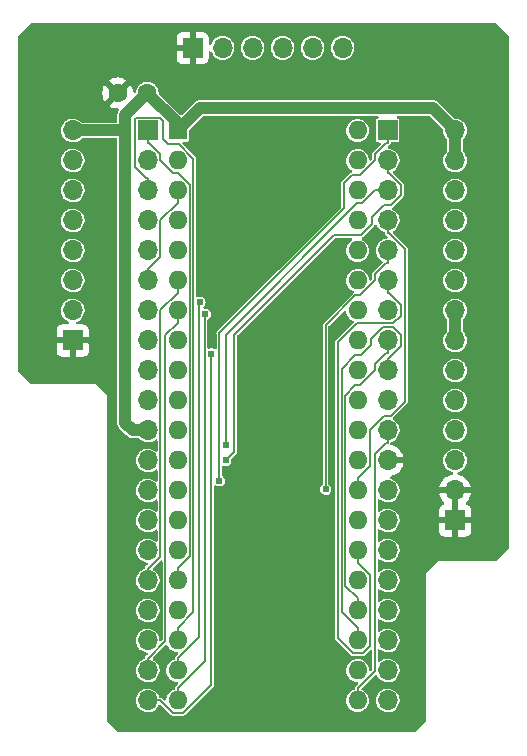
<source format=gtl>
G04 #@! TF.GenerationSoftware,KiCad,Pcbnew,(6.0.8-1)-1*
G04 #@! TF.CreationDate,2022-10-28T20:48:16+09:00*
G04 #@! TF.ProjectId,MEZZ8,4d455a5a-382e-46b6-9963-61645f706362,A*
G04 #@! TF.SameCoordinates,PX5f5e100PY8f0d180*
G04 #@! TF.FileFunction,Copper,L1,Top*
G04 #@! TF.FilePolarity,Positive*
%FSLAX46Y46*%
G04 Gerber Fmt 4.6, Leading zero omitted, Abs format (unit mm)*
G04 Created by KiCad (PCBNEW (6.0.8-1)-1) date 2022-10-28 20:48:16*
%MOMM*%
%LPD*%
G01*
G04 APERTURE LIST*
G04 #@! TA.AperFunction,ComponentPad*
%ADD10R,1.700000X1.700000*%
G04 #@! TD*
G04 #@! TA.AperFunction,ComponentPad*
%ADD11O,1.700000X1.700000*%
G04 #@! TD*
G04 #@! TA.AperFunction,ComponentPad*
%ADD12C,1.600000*%
G04 #@! TD*
G04 #@! TA.AperFunction,ComponentPad*
%ADD13R,1.600000X1.600000*%
G04 #@! TD*
G04 #@! TA.AperFunction,ComponentPad*
%ADD14O,1.600000X1.600000*%
G04 #@! TD*
G04 #@! TA.AperFunction,ViaPad*
%ADD15C,0.605000*%
G04 #@! TD*
G04 #@! TA.AperFunction,Conductor*
%ADD16C,0.152400*%
G04 #@! TD*
G04 #@! TA.AperFunction,Conductor*
%ADD17C,1.000000*%
G04 #@! TD*
G04 APERTURE END LIST*
D10*
X37470000Y18415000D03*
D11*
X37470000Y20955000D03*
X37470000Y23495000D03*
X37470000Y26035000D03*
X37470000Y28575000D03*
X37470000Y31115000D03*
X37470000Y33655000D03*
X37470000Y36195000D03*
X37470000Y38735000D03*
X37470000Y41275000D03*
X37470000Y43815000D03*
X37470000Y46355000D03*
X37470000Y48895000D03*
X37470000Y51435000D03*
D10*
X15240000Y58425000D03*
D11*
X17780000Y58425000D03*
X20320000Y58425000D03*
X22860000Y58425000D03*
X25400000Y58425000D03*
X27940000Y58425000D03*
D12*
X11410000Y54610000D03*
X8910000Y54610000D03*
D13*
X13970000Y51435000D03*
D14*
X13970000Y48895000D03*
X13970000Y46355000D03*
X13970000Y43815000D03*
X13970000Y41275000D03*
X13970000Y38735000D03*
X13970000Y36195000D03*
X13970000Y33655000D03*
X13970000Y31115000D03*
X13970000Y28575000D03*
X13970000Y26035000D03*
X13970000Y23495000D03*
X13970000Y20955000D03*
X13970000Y18415000D03*
X13970000Y15875000D03*
X13970000Y13335000D03*
X13970000Y10795000D03*
X13970000Y8255000D03*
X13970000Y5715000D03*
X13970000Y3175000D03*
X29210000Y3175000D03*
X29210000Y5715000D03*
X29210000Y8255000D03*
X29210000Y10795000D03*
X29210000Y13335000D03*
X29210000Y15875000D03*
X29210000Y18415000D03*
X29210000Y20955000D03*
X29210000Y23495000D03*
X29210000Y26035000D03*
X29210000Y28575000D03*
X29210000Y31115000D03*
X29210000Y33655000D03*
X29210000Y36195000D03*
X29210000Y38735000D03*
X29210000Y41275000D03*
X29210000Y43815000D03*
X29210000Y46355000D03*
X29210000Y48895000D03*
X29210000Y51435000D03*
D11*
X5085000Y51435000D03*
X5085000Y48895000D03*
X5085000Y46355000D03*
X5085000Y43815000D03*
X5085000Y41275000D03*
X5085000Y38735000D03*
X5085000Y36195000D03*
D10*
X5085000Y33655000D03*
X11435000Y51435000D03*
D11*
X11435000Y48895000D03*
X11435000Y46355000D03*
X11435000Y43815000D03*
X11435000Y41275000D03*
X11435000Y38735000D03*
X11435000Y36195000D03*
X11435000Y33655000D03*
X11435000Y31115000D03*
X11435000Y28575000D03*
X11435000Y26035000D03*
X11435000Y23495000D03*
X11435000Y20955000D03*
X11435000Y18415000D03*
X11435000Y15875000D03*
X11435000Y13335000D03*
X11435000Y10795000D03*
X11435000Y8255000D03*
X11435000Y5715000D03*
X11435000Y3175000D03*
D10*
X31755000Y51435000D03*
D11*
X31755000Y48895000D03*
X31755000Y46355000D03*
X31755000Y43815000D03*
X31755000Y41275000D03*
X31755000Y38735000D03*
X31755000Y36195000D03*
X31755000Y33655000D03*
X31755000Y31115000D03*
X31755000Y28575000D03*
X31755000Y26035000D03*
X31755000Y23495000D03*
X31755000Y20955000D03*
X31755000Y18415000D03*
X31755000Y15875000D03*
X31755000Y13335000D03*
X31755000Y10795000D03*
X31755000Y8255000D03*
X31755000Y5715000D03*
X31755000Y3175000D03*
D15*
X19685000Y31750000D03*
X35560000Y51435000D03*
X17780000Y1905000D03*
X17780000Y13335000D03*
X26035000Y1905000D03*
X26035000Y13335000D03*
X9525000Y1905000D03*
X33655000Y1905000D03*
X40640000Y59055000D03*
X1905000Y59055000D03*
X25400000Y28575000D03*
X26670000Y40005000D03*
X17780000Y36195000D03*
X17145000Y46355000D03*
X26670000Y46355000D03*
X26670000Y51435000D03*
X17145000Y51435000D03*
X26499400Y21045600D03*
X18046200Y24765000D03*
X18046200Y23495000D03*
X17515600Y21775300D03*
X16829600Y32528100D03*
X16326500Y35873600D03*
X15864700Y36896400D03*
D16*
X18046200Y23495000D02*
X18789800Y24238600D01*
X18789800Y34156800D02*
X27178000Y42545000D01*
X30447200Y43524400D02*
X30447200Y44069100D01*
X27178000Y42545000D02*
X29467800Y42545000D01*
X29467800Y42545000D02*
X30447200Y43524400D01*
X18789800Y24238600D02*
X18789800Y34156800D01*
X32021100Y45085000D02*
X32873500Y45937400D01*
X31889900Y47816100D02*
X31755000Y47816100D01*
X30447200Y44069100D02*
X31463100Y45085000D01*
X32873500Y46832500D02*
X31889900Y47816100D01*
X31463100Y45085000D02*
X32021100Y45085000D01*
X32873500Y45937400D02*
X32873500Y46832500D01*
X31755000Y47816100D02*
X31755000Y48895000D01*
X17515600Y21775300D02*
X17500000Y21790900D01*
X30676100Y48904200D02*
X30676100Y49412200D01*
X31755000Y50356100D02*
X31755000Y51435000D01*
X17500000Y21790900D02*
X17500000Y34264000D01*
X28067000Y46990000D02*
X28702000Y47625000D01*
X29396900Y47625000D02*
X30676100Y48904200D01*
X17500000Y34264000D02*
X28067000Y44831000D01*
X28067000Y44831000D02*
X28067000Y46990000D01*
X31620000Y50356100D02*
X31755000Y50356100D01*
X28702000Y47625000D02*
X29396900Y47625000D01*
X30676100Y49412200D02*
X31620000Y50356100D01*
X18046200Y24765000D02*
X18086600Y24805400D01*
X30676100Y46355000D02*
X31755000Y46355000D01*
X18086600Y24805400D02*
X18086600Y34158700D01*
X18086600Y34158700D02*
X29204000Y45276100D01*
X29597200Y45276100D02*
X30676100Y46355000D01*
X29204000Y45276100D02*
X29597200Y45276100D01*
D17*
X37470000Y36195000D02*
X37470000Y33655000D01*
D16*
X12513900Y43870000D02*
X13970000Y45326100D01*
X12513900Y40757800D02*
X12513900Y43870000D01*
X11570000Y39813900D02*
X12513900Y40757800D01*
X11435000Y39813900D02*
X11570000Y39813900D01*
X11435000Y38735000D02*
X11435000Y39813900D01*
X13970000Y46355000D02*
X13970000Y45326100D01*
X30676100Y5670000D02*
X29210000Y4203900D01*
X30676100Y24012200D02*
X30676100Y5670000D01*
X31620000Y24956100D02*
X30676100Y24012200D01*
X31755000Y24956100D02*
X31620000Y24956100D01*
X31755000Y26035000D02*
X31755000Y24956100D01*
X29210000Y3175000D02*
X29210000Y4203900D01*
X27859900Y10634000D02*
X29210000Y9283900D01*
X27859900Y31258500D02*
X27859900Y10634000D01*
X28986400Y32385000D02*
X27859900Y31258500D01*
X29469800Y32385000D02*
X28986400Y32385000D01*
X30370900Y33286100D02*
X29469800Y32385000D01*
X30370900Y33800200D02*
X30370900Y33286100D01*
X31338800Y34768100D02*
X30370900Y33800200D01*
X32190300Y34768100D02*
X31338800Y34768100D01*
X32870000Y34088400D02*
X32190300Y34768100D01*
X32870000Y33174000D02*
X32870000Y34088400D01*
X31889900Y32193900D02*
X32870000Y33174000D01*
X31755000Y32193900D02*
X31889900Y32193900D01*
X31755000Y31115000D02*
X31755000Y32193900D01*
X29210000Y8255000D02*
X29210000Y9283900D01*
X28165100Y12868800D02*
X29210000Y11823900D01*
X28165100Y28993300D02*
X28165100Y12868800D01*
X29016800Y29845000D02*
X28165100Y28993300D01*
X29396900Y29845000D02*
X29016800Y29845000D01*
X30676100Y31124200D02*
X29396900Y29845000D01*
X30676100Y31632200D02*
X30676100Y31124200D01*
X31620000Y32576100D02*
X30676100Y31632200D01*
X31755000Y32576100D02*
X31620000Y32576100D01*
X31755000Y33655000D02*
X31755000Y32576100D01*
X29210000Y10795000D02*
X29210000Y11823900D01*
X30282300Y13773800D02*
X29210000Y14846100D01*
X30282300Y7797400D02*
X30282300Y13773800D01*
X29662200Y7177300D02*
X30282300Y7797400D01*
X28816000Y7177300D02*
X29662200Y7177300D01*
X27554700Y8438600D02*
X28816000Y7177300D01*
X27554700Y33493800D02*
X27554700Y8438600D01*
X29171900Y35111000D02*
X27554700Y33493800D01*
X32234300Y35111000D02*
X29171900Y35111000D01*
X32889100Y35765800D02*
X32234300Y35111000D01*
X32889100Y36656900D02*
X32889100Y35765800D01*
X31889900Y37656100D02*
X32889100Y36656900D01*
X31755000Y37656100D02*
X31889900Y37656100D01*
X31755000Y38735000D02*
X31755000Y37656100D01*
X29210000Y15875000D02*
X29210000Y14846100D01*
X26499400Y34947600D02*
X26499400Y21045600D01*
X29016800Y37465000D02*
X26499400Y34947600D01*
X29396900Y37465000D02*
X29016800Y37465000D01*
X30676100Y38744200D02*
X29396900Y37465000D01*
X30676100Y39252200D02*
X30676100Y38744200D01*
X31620000Y40196100D02*
X30676100Y39252200D01*
X31755000Y40196100D02*
X31620000Y40196100D01*
X31755000Y41275000D02*
X31755000Y40196100D01*
X30238900Y23012800D02*
X29210000Y21983900D01*
X30238900Y26091800D02*
X30238900Y23012800D01*
X31431100Y27284000D02*
X30238900Y26091800D01*
X32039100Y27284000D02*
X31431100Y27284000D01*
X33215600Y28460500D02*
X32039100Y27284000D01*
X33215600Y41410400D02*
X33215600Y28460500D01*
X31889900Y42736100D02*
X33215600Y41410400D01*
X31755000Y42736100D02*
X31889900Y42736100D01*
X31755000Y43815000D02*
X31755000Y42736100D01*
X29210000Y20955000D02*
X29210000Y21983900D01*
X16829600Y4504200D02*
X16829600Y32528100D01*
X14447800Y2122400D02*
X16829600Y4504200D01*
X13566500Y2122400D02*
X14447800Y2122400D01*
X12513900Y3175000D02*
X13566500Y2122400D01*
X11435000Y3175000D02*
X12513900Y3175000D01*
X11546800Y6793900D02*
X11435000Y6793900D01*
X12941100Y8188200D02*
X11546800Y6793900D01*
X12941100Y34137200D02*
X12941100Y8188200D01*
X13970000Y35166100D02*
X12941100Y34137200D01*
X13970000Y36195000D02*
X13970000Y35166100D01*
X11435000Y5715000D02*
X11435000Y6793900D01*
X12513900Y36250000D02*
X13970000Y37706100D01*
X12513900Y15357800D02*
X12513900Y36250000D01*
X11570000Y14413900D02*
X12513900Y15357800D01*
X11435000Y14413900D02*
X11570000Y14413900D01*
X11435000Y13335000D02*
X11435000Y14413900D01*
X13970000Y38735000D02*
X13970000Y37706100D01*
X13970000Y3175000D02*
X13970000Y4203900D01*
X16264500Y6498400D02*
X13970000Y4203900D01*
X16264500Y35811600D02*
X16264500Y6498400D01*
X16326500Y35873600D02*
X16264500Y35811600D01*
X15788200Y8562100D02*
X13970000Y6743900D01*
X15788200Y36819900D02*
X15788200Y8562100D01*
X15864700Y36896400D02*
X15788200Y36819900D01*
X13970000Y5715000D02*
X13970000Y6743900D01*
X11435000Y46355000D02*
X11435000Y47433900D01*
X13970000Y8255000D02*
X13970000Y9283900D01*
X15311600Y10625500D02*
X13970000Y9283900D01*
X15311600Y49043500D02*
X15311600Y10625500D01*
X14082100Y50273000D02*
X15311600Y49043500D01*
X13165100Y50273000D02*
X14082100Y50273000D01*
X12755000Y50683100D02*
X13165100Y50273000D01*
X12755000Y52234000D02*
X12755000Y50683100D01*
X12475000Y52514000D02*
X12755000Y52234000D01*
X10481300Y52514000D02*
X12475000Y52514000D01*
X10356000Y52388700D02*
X10481300Y52514000D01*
X10356000Y48378000D02*
X10356000Y52388700D01*
X11300100Y47433900D02*
X10356000Y48378000D01*
X11435000Y47433900D02*
X11300100Y47433900D01*
X11435000Y51435000D02*
X11435000Y50356100D01*
X13970000Y13335000D02*
X13970000Y14363900D01*
X15006400Y15400300D02*
X13970000Y14363900D01*
X15006400Y46796800D02*
X15006400Y15400300D01*
X13987100Y47816100D02*
X15006400Y46796800D01*
X13592800Y47816100D02*
X13987100Y47816100D01*
X12513900Y48895000D02*
X13592800Y47816100D01*
X12513900Y49412200D02*
X12513900Y48895000D01*
X11570000Y50356100D02*
X12513900Y49412200D01*
X11435000Y50356100D02*
X11570000Y50356100D01*
D17*
X13970000Y52050000D02*
X11410000Y54610000D01*
X13970000Y51435000D02*
X13970000Y52050000D01*
X9525000Y52725000D02*
X11410000Y54610000D01*
X9525000Y51435000D02*
X9525000Y52725000D01*
X9525000Y51435000D02*
X5085000Y51435000D01*
X37470000Y51435000D02*
X37470000Y48895000D01*
X35565000Y53340000D02*
X37470000Y51435000D01*
X15875000Y53340000D02*
X35565000Y53340000D01*
X13970000Y51435000D02*
X15875000Y53340000D01*
X9525000Y26670000D02*
X9525000Y51435000D01*
X10160000Y26035000D02*
X9525000Y26670000D01*
X11435000Y26035000D02*
X10160000Y26035000D01*
G04 #@! TA.AperFunction,Conductor*
G36*
X41015931Y60479998D02*
G01*
X41036905Y60463095D01*
X41963095Y59536905D01*
X41997121Y59474593D01*
X42000000Y59447810D01*
X42000000Y16052190D01*
X41979998Y15984069D01*
X41963095Y15963095D01*
X41036905Y15036905D01*
X40974593Y15002879D01*
X40947810Y15000000D01*
X36000000Y15000000D01*
X35000000Y14000000D01*
X35000000Y1552190D01*
X34979998Y1484069D01*
X34963095Y1463095D01*
X34036905Y536905D01*
X33974593Y502879D01*
X33947810Y500000D01*
X9052190Y500000D01*
X8984069Y520002D01*
X8963095Y536905D01*
X8036905Y1463095D01*
X8002879Y1525407D01*
X8000000Y1552190D01*
X8000000Y10809070D01*
X10427345Y10809070D01*
X10443803Y10613081D01*
X10498015Y10424021D01*
X10500830Y10418544D01*
X10500831Y10418541D01*
X10585101Y10254569D01*
X10587916Y10249092D01*
X10591739Y10244268D01*
X10591742Y10244264D01*
X10644946Y10177138D01*
X10710083Y10094956D01*
X10714777Y10090962D01*
X10714777Y10090961D01*
X10840724Y9983772D01*
X10859862Y9967484D01*
X11031547Y9871533D01*
X11218600Y9810756D01*
X11413895Y9787468D01*
X11420030Y9787940D01*
X11420032Y9787940D01*
X11603852Y9802084D01*
X11603856Y9802085D01*
X11609994Y9802557D01*
X11799428Y9855448D01*
X11804932Y9858228D01*
X11804934Y9858229D01*
X11969480Y9941347D01*
X11969482Y9941348D01*
X11974981Y9944126D01*
X12129966Y10065214D01*
X12133992Y10069878D01*
X12133995Y10069881D01*
X12254451Y10209431D01*
X12254452Y10209433D01*
X12258480Y10214099D01*
X12355628Y10385110D01*
X12417710Y10571734D01*
X12442360Y10766862D01*
X12442753Y10795000D01*
X12423561Y10990740D01*
X12366714Y11179025D01*
X12320546Y11265854D01*
X12277273Y11347240D01*
X12277271Y11347243D01*
X12274379Y11352682D01*
X12270489Y11357452D01*
X12270486Y11357456D01*
X12153967Y11500322D01*
X12153964Y11500325D01*
X12150072Y11505097D01*
X12143791Y11510293D01*
X12003278Y11626536D01*
X12003274Y11626538D01*
X11998528Y11630465D01*
X11825520Y11724010D01*
X11637637Y11782170D01*
X11631519Y11782813D01*
X11631514Y11782814D01*
X11448164Y11802084D01*
X11448162Y11802084D01*
X11442035Y11802728D01*
X11359199Y11795190D01*
X11252305Y11785462D01*
X11252302Y11785461D01*
X11246166Y11784903D01*
X11057489Y11729372D01*
X10883192Y11638252D01*
X10729912Y11515012D01*
X10725954Y11510295D01*
X10725952Y11510293D01*
X10643638Y11412195D01*
X10603489Y11364347D01*
X10508739Y11191996D01*
X10506878Y11186129D01*
X10506877Y11186127D01*
X10500929Y11167376D01*
X10449269Y11004524D01*
X10427345Y10809070D01*
X8000000Y10809070D01*
X8000000Y29000000D01*
X7000000Y30000000D01*
X1552190Y30000000D01*
X1484069Y30020002D01*
X1463095Y30036905D01*
X536905Y30963095D01*
X502879Y31025407D01*
X500000Y31052190D01*
X500000Y32760331D01*
X3727001Y32760331D01*
X3727371Y32753510D01*
X3732895Y32702648D01*
X3736521Y32687396D01*
X3781676Y32566946D01*
X3790214Y32551351D01*
X3866715Y32449276D01*
X3879276Y32436715D01*
X3981351Y32360214D01*
X3996946Y32351676D01*
X4117394Y32306522D01*
X4132649Y32302895D01*
X4183514Y32297369D01*
X4190328Y32297000D01*
X4812885Y32297000D01*
X4828124Y32301475D01*
X4829329Y32302865D01*
X4831000Y32310548D01*
X4831000Y32315116D01*
X5339000Y32315116D01*
X5343475Y32299877D01*
X5344865Y32298672D01*
X5352548Y32297001D01*
X5979669Y32297001D01*
X5986490Y32297371D01*
X6037352Y32302895D01*
X6052604Y32306521D01*
X6173054Y32351676D01*
X6188649Y32360214D01*
X6290724Y32436715D01*
X6303285Y32449276D01*
X6379786Y32551351D01*
X6388324Y32566946D01*
X6433478Y32687394D01*
X6437105Y32702649D01*
X6442631Y32753514D01*
X6443000Y32760328D01*
X6443000Y33382885D01*
X6438525Y33398124D01*
X6437135Y33399329D01*
X6429452Y33401000D01*
X5357115Y33401000D01*
X5341876Y33396525D01*
X5340671Y33395135D01*
X5339000Y33387452D01*
X5339000Y32315116D01*
X4831000Y32315116D01*
X4831000Y33382885D01*
X4826525Y33398124D01*
X4825135Y33399329D01*
X4817452Y33401000D01*
X3745116Y33401000D01*
X3729877Y33396525D01*
X3728672Y33395135D01*
X3727001Y33387452D01*
X3727001Y32760331D01*
X500000Y32760331D01*
X500000Y33927115D01*
X3727000Y33927115D01*
X3731475Y33911876D01*
X3732865Y33910671D01*
X3740548Y33909000D01*
X6424884Y33909000D01*
X6440123Y33913475D01*
X6441328Y33914865D01*
X6442999Y33922548D01*
X6442999Y34549669D01*
X6442629Y34556490D01*
X6437105Y34607352D01*
X6433479Y34622604D01*
X6388324Y34743054D01*
X6379786Y34758649D01*
X6303285Y34860724D01*
X6290724Y34873285D01*
X6188649Y34949786D01*
X6173054Y34958324D01*
X6052606Y35003478D01*
X6037351Y35007105D01*
X5986486Y35012631D01*
X5979672Y35013000D01*
X5495971Y35013000D01*
X5427850Y35033002D01*
X5381357Y35086658D01*
X5371253Y35156932D01*
X5400747Y35221512D01*
X5448638Y35255228D01*
X5449428Y35255448D01*
X5454930Y35258227D01*
X5454932Y35258228D01*
X5619480Y35341347D01*
X5619482Y35341348D01*
X5624981Y35344126D01*
X5779966Y35465214D01*
X5783992Y35469878D01*
X5783995Y35469881D01*
X5904451Y35609431D01*
X5904452Y35609433D01*
X5908480Y35614099D01*
X6005628Y35785110D01*
X6067710Y35971734D01*
X6092360Y36166862D01*
X6092753Y36195000D01*
X6073561Y36390740D01*
X6016714Y36579025D01*
X5936622Y36729656D01*
X5927273Y36747240D01*
X5927270Y36747244D01*
X5924379Y36752682D01*
X5920489Y36757452D01*
X5920486Y36757456D01*
X5803967Y36900322D01*
X5803964Y36900325D01*
X5800072Y36905097D01*
X5788087Y36915012D01*
X5653278Y37026536D01*
X5653274Y37026538D01*
X5648528Y37030465D01*
X5475520Y37124010D01*
X5287637Y37182170D01*
X5281519Y37182813D01*
X5281514Y37182814D01*
X5098164Y37202084D01*
X5098162Y37202084D01*
X5092035Y37202728D01*
X5009199Y37195190D01*
X4902305Y37185462D01*
X4902302Y37185461D01*
X4896166Y37184903D01*
X4707489Y37129372D01*
X4533192Y37038252D01*
X4379912Y36915012D01*
X4375954Y36910295D01*
X4375952Y36910293D01*
X4293638Y36812195D01*
X4253489Y36764347D01*
X4158739Y36591996D01*
X4156878Y36586129D01*
X4156877Y36586127D01*
X4154624Y36579025D01*
X4099269Y36404524D01*
X4077345Y36209070D01*
X4093803Y36013081D01*
X4095502Y36007156D01*
X4138504Y35857191D01*
X4148015Y35824021D01*
X4150830Y35818544D01*
X4150831Y35818541D01*
X4196807Y35729082D01*
X4237916Y35649092D01*
X4241739Y35644268D01*
X4241742Y35644264D01*
X4353566Y35503179D01*
X4360083Y35494956D01*
X4364777Y35490962D01*
X4364777Y35490961D01*
X4490724Y35383772D01*
X4509862Y35367484D01*
X4515240Y35364478D01*
X4515242Y35364477D01*
X4544868Y35347920D01*
X4681547Y35271533D01*
X4708228Y35262864D01*
X4720637Y35258832D01*
X4779242Y35218758D01*
X4806879Y35153361D01*
X4794772Y35083405D01*
X4746766Y35031099D01*
X4681700Y35012999D01*
X4190331Y35012999D01*
X4183510Y35012629D01*
X4132648Y35007105D01*
X4117396Y35003479D01*
X3996946Y34958324D01*
X3981351Y34949786D01*
X3879276Y34873285D01*
X3866715Y34860724D01*
X3790214Y34758649D01*
X3781676Y34743054D01*
X3736522Y34622606D01*
X3732895Y34607351D01*
X3727369Y34556486D01*
X3727000Y34549672D01*
X3727000Y33927115D01*
X500000Y33927115D01*
X500000Y38749070D01*
X4077345Y38749070D01*
X4080772Y38708265D01*
X4093158Y38560766D01*
X4093803Y38553081D01*
X4148015Y38364021D01*
X4150830Y38358544D01*
X4150831Y38358541D01*
X4218512Y38226848D01*
X4237916Y38189092D01*
X4241739Y38184268D01*
X4241742Y38184264D01*
X4265651Y38154099D01*
X4360083Y38034956D01*
X4364777Y38030962D01*
X4364777Y38030961D01*
X4490724Y37923772D01*
X4509862Y37907484D01*
X4681547Y37811533D01*
X4868600Y37750756D01*
X5063895Y37727468D01*
X5070030Y37727940D01*
X5070032Y37727940D01*
X5253852Y37742084D01*
X5253856Y37742085D01*
X5259994Y37742557D01*
X5449428Y37795448D01*
X5454932Y37798228D01*
X5454934Y37798229D01*
X5619480Y37881347D01*
X5619482Y37881348D01*
X5624981Y37884126D01*
X5779966Y38005214D01*
X5783992Y38009878D01*
X5783995Y38009881D01*
X5904451Y38149431D01*
X5904452Y38149433D01*
X5908480Y38154099D01*
X6005628Y38325110D01*
X6067710Y38511734D01*
X6092360Y38706862D01*
X6092598Y38723907D01*
X6092704Y38731477D01*
X6092704Y38731481D01*
X6092753Y38735000D01*
X6073561Y38930740D01*
X6016714Y39119025D01*
X5961941Y39222039D01*
X5927273Y39287240D01*
X5927271Y39287243D01*
X5924379Y39292682D01*
X5920489Y39297452D01*
X5920486Y39297456D01*
X5803967Y39440322D01*
X5803964Y39440325D01*
X5800072Y39445097D01*
X5788087Y39455012D01*
X5653278Y39566536D01*
X5653274Y39566538D01*
X5648528Y39570465D01*
X5475520Y39664010D01*
X5287637Y39722170D01*
X5281519Y39722813D01*
X5281514Y39722814D01*
X5098164Y39742084D01*
X5098162Y39742084D01*
X5092035Y39742728D01*
X5009199Y39735190D01*
X4902305Y39725462D01*
X4902302Y39725461D01*
X4896166Y39724903D01*
X4707489Y39669372D01*
X4533192Y39578252D01*
X4528392Y39574392D01*
X4528391Y39574392D01*
X4527152Y39573396D01*
X4379912Y39455012D01*
X4375954Y39450295D01*
X4375952Y39450293D01*
X4325251Y39389870D01*
X4253489Y39304347D01*
X4158739Y39131996D01*
X4156878Y39126129D01*
X4156877Y39126127D01*
X4150599Y39106335D01*
X4099269Y38944524D01*
X4077345Y38749070D01*
X500000Y38749070D01*
X500000Y41289070D01*
X4077345Y41289070D01*
X4080772Y41248265D01*
X4093158Y41100766D01*
X4093803Y41093081D01*
X4148015Y40904021D01*
X4150830Y40898544D01*
X4150831Y40898541D01*
X4216862Y40770058D01*
X4237916Y40729092D01*
X4241739Y40724268D01*
X4241742Y40724264D01*
X4353925Y40582725D01*
X4360083Y40574956D01*
X4364777Y40570962D01*
X4364777Y40570961D01*
X4490724Y40463772D01*
X4509862Y40447484D01*
X4681547Y40351533D01*
X4868600Y40290756D01*
X5063895Y40267468D01*
X5070030Y40267940D01*
X5070032Y40267940D01*
X5253852Y40282084D01*
X5253856Y40282085D01*
X5259994Y40282557D01*
X5449428Y40335448D01*
X5454932Y40338228D01*
X5454934Y40338229D01*
X5619480Y40421347D01*
X5619482Y40421348D01*
X5624981Y40424126D01*
X5779966Y40545214D01*
X5783992Y40549878D01*
X5783995Y40549881D01*
X5904451Y40689431D01*
X5904452Y40689433D01*
X5908480Y40694099D01*
X5917004Y40709103D01*
X5961801Y40787961D01*
X6005628Y40865110D01*
X6067710Y41051734D01*
X6092360Y41246862D01*
X6092753Y41275000D01*
X6073561Y41470740D01*
X6016714Y41659025D01*
X5934800Y41813083D01*
X5927273Y41827240D01*
X5927271Y41827243D01*
X5924379Y41832682D01*
X5920489Y41837452D01*
X5920486Y41837456D01*
X5803967Y41980322D01*
X5803964Y41980325D01*
X5800072Y41985097D01*
X5788087Y41995012D01*
X5653278Y42106536D01*
X5653274Y42106538D01*
X5648528Y42110465D01*
X5475520Y42204010D01*
X5287637Y42262170D01*
X5281519Y42262813D01*
X5281514Y42262814D01*
X5098164Y42282084D01*
X5098162Y42282084D01*
X5092035Y42282728D01*
X5009199Y42275190D01*
X4902305Y42265462D01*
X4902302Y42265461D01*
X4896166Y42264903D01*
X4707489Y42209372D01*
X4533192Y42118252D01*
X4379912Y41995012D01*
X4375954Y41990295D01*
X4375952Y41990293D01*
X4293638Y41892195D01*
X4253489Y41844347D01*
X4158739Y41671996D01*
X4156878Y41666129D01*
X4156877Y41666127D01*
X4150599Y41646335D01*
X4099269Y41484524D01*
X4077345Y41289070D01*
X500000Y41289070D01*
X500000Y43829070D01*
X4077345Y43829070D01*
X4093803Y43633081D01*
X4095502Y43627156D01*
X4143786Y43458771D01*
X4148015Y43444021D01*
X4150830Y43438544D01*
X4150831Y43438541D01*
X4177458Y43386730D01*
X4237916Y43269092D01*
X4241739Y43264268D01*
X4241742Y43264264D01*
X4265651Y43234099D01*
X4360083Y43114956D01*
X4364777Y43110962D01*
X4364777Y43110961D01*
X4490724Y43003772D01*
X4509862Y42987484D01*
X4515240Y42984478D01*
X4515242Y42984477D01*
X4580788Y42947845D01*
X4681547Y42891533D01*
X4868600Y42830756D01*
X5063895Y42807468D01*
X5070030Y42807940D01*
X5070032Y42807940D01*
X5253852Y42822084D01*
X5253856Y42822085D01*
X5259994Y42822557D01*
X5449428Y42875448D01*
X5454932Y42878228D01*
X5454934Y42878229D01*
X5619480Y42961347D01*
X5619482Y42961348D01*
X5624981Y42964126D01*
X5779966Y43085214D01*
X5783992Y43089878D01*
X5783995Y43089881D01*
X5904451Y43229431D01*
X5904452Y43229433D01*
X5908480Y43234099D01*
X6005628Y43405110D01*
X6067710Y43591734D01*
X6092360Y43786862D01*
X6092753Y43815000D01*
X6073561Y44010740D01*
X6016714Y44199025D01*
X5948932Y44326505D01*
X5927273Y44367240D01*
X5927270Y44367244D01*
X5924379Y44372682D01*
X5920489Y44377452D01*
X5920486Y44377456D01*
X5803967Y44520322D01*
X5803964Y44520325D01*
X5800072Y44525097D01*
X5788087Y44535012D01*
X5653278Y44646536D01*
X5653274Y44646538D01*
X5648528Y44650465D01*
X5475520Y44744010D01*
X5287637Y44802170D01*
X5281519Y44802813D01*
X5281514Y44802814D01*
X5098164Y44822084D01*
X5098162Y44822084D01*
X5092035Y44822728D01*
X5009199Y44815190D01*
X4902305Y44805462D01*
X4902302Y44805461D01*
X4896166Y44804903D01*
X4707489Y44749372D01*
X4533192Y44658252D01*
X4379912Y44535012D01*
X4375954Y44530295D01*
X4375952Y44530293D01*
X4293638Y44432195D01*
X4253489Y44384347D01*
X4158739Y44211996D01*
X4156878Y44206129D01*
X4156877Y44206127D01*
X4147429Y44176344D01*
X4099269Y44024524D01*
X4077345Y43829070D01*
X500000Y43829070D01*
X500000Y46369070D01*
X4077345Y46369070D01*
X4093803Y46173081D01*
X4148015Y45984021D01*
X4150830Y45978544D01*
X4150831Y45978541D01*
X4232986Y45818684D01*
X4237916Y45809092D01*
X4241739Y45804268D01*
X4241742Y45804264D01*
X4303232Y45726684D01*
X4360083Y45654956D01*
X4364777Y45650962D01*
X4364777Y45650961D01*
X4490724Y45543772D01*
X4509862Y45527484D01*
X4681547Y45431533D01*
X4868600Y45370756D01*
X5063895Y45347468D01*
X5070030Y45347940D01*
X5070032Y45347940D01*
X5253852Y45362084D01*
X5253856Y45362085D01*
X5259994Y45362557D01*
X5449428Y45415448D01*
X5454932Y45418228D01*
X5454934Y45418229D01*
X5619480Y45501347D01*
X5619482Y45501348D01*
X5624981Y45504126D01*
X5779966Y45625214D01*
X5783992Y45629878D01*
X5783995Y45629881D01*
X5904451Y45769431D01*
X5904452Y45769433D01*
X5908480Y45774099D01*
X6005628Y45945110D01*
X6067710Y46131734D01*
X6092360Y46326862D01*
X6092753Y46355000D01*
X6073561Y46550740D01*
X6016714Y46739025D01*
X5936143Y46890558D01*
X5927273Y46907240D01*
X5927271Y46907243D01*
X5924379Y46912682D01*
X5920489Y46917452D01*
X5920486Y46917456D01*
X5803967Y47060322D01*
X5803964Y47060325D01*
X5800072Y47065097D01*
X5793791Y47070293D01*
X5653278Y47186536D01*
X5653274Y47186538D01*
X5648528Y47190465D01*
X5475520Y47284010D01*
X5287637Y47342170D01*
X5281519Y47342813D01*
X5281514Y47342814D01*
X5098164Y47362084D01*
X5098162Y47362084D01*
X5092035Y47362728D01*
X5009199Y47355190D01*
X4902305Y47345462D01*
X4902302Y47345461D01*
X4896166Y47344903D01*
X4707489Y47289372D01*
X4533192Y47198252D01*
X4379912Y47075012D01*
X4375954Y47070295D01*
X4375952Y47070293D01*
X4335737Y47022366D01*
X4253489Y46924347D01*
X4158739Y46751996D01*
X4156878Y46746129D01*
X4156877Y46746127D01*
X4150599Y46726335D01*
X4099269Y46564524D01*
X4077345Y46369070D01*
X500000Y46369070D01*
X500000Y48909070D01*
X4077345Y48909070D01*
X4093803Y48713081D01*
X4095502Y48707156D01*
X4139154Y48554924D01*
X4148015Y48524021D01*
X4150830Y48518544D01*
X4150831Y48518541D01*
X4186940Y48448281D01*
X4237916Y48349092D01*
X4241739Y48344268D01*
X4241742Y48344264D01*
X4352961Y48203942D01*
X4360083Y48194956D01*
X4364777Y48190962D01*
X4364777Y48190961D01*
X4490724Y48083772D01*
X4509862Y48067484D01*
X4515240Y48064478D01*
X4515242Y48064477D01*
X4556629Y48041347D01*
X4681547Y47971533D01*
X4868600Y47910756D01*
X5063895Y47887468D01*
X5070030Y47887940D01*
X5070032Y47887940D01*
X5253852Y47902084D01*
X5253856Y47902085D01*
X5259994Y47902557D01*
X5449428Y47955448D01*
X5454932Y47958228D01*
X5454934Y47958229D01*
X5619480Y48041347D01*
X5619482Y48041348D01*
X5624981Y48044126D01*
X5779966Y48165214D01*
X5783992Y48169878D01*
X5783995Y48169881D01*
X5904451Y48309431D01*
X5904452Y48309433D01*
X5908480Y48314099D01*
X6005628Y48485110D01*
X6067710Y48671734D01*
X6092360Y48866862D01*
X6092561Y48881278D01*
X6092704Y48891477D01*
X6092704Y48891481D01*
X6092753Y48895000D01*
X6073561Y49090740D01*
X6016714Y49279025D01*
X5961941Y49382039D01*
X5927273Y49447240D01*
X5927271Y49447243D01*
X5924379Y49452682D01*
X5920489Y49457452D01*
X5920486Y49457456D01*
X5803967Y49600322D01*
X5803964Y49600325D01*
X5800072Y49605097D01*
X5788087Y49615012D01*
X5653278Y49726536D01*
X5653274Y49726538D01*
X5648528Y49730465D01*
X5475520Y49824010D01*
X5287637Y49882170D01*
X5281519Y49882813D01*
X5281514Y49882814D01*
X5098164Y49902084D01*
X5098162Y49902084D01*
X5092035Y49902728D01*
X5009199Y49895190D01*
X4902305Y49885462D01*
X4902302Y49885461D01*
X4896166Y49884903D01*
X4707489Y49829372D01*
X4533192Y49738252D01*
X4379912Y49615012D01*
X4375954Y49610295D01*
X4375952Y49610293D01*
X4329082Y49554435D01*
X4253489Y49464347D01*
X4158739Y49291996D01*
X4156878Y49286129D01*
X4156877Y49286127D01*
X4150599Y49266335D01*
X4099269Y49104524D01*
X4077345Y48909070D01*
X500000Y48909070D01*
X500000Y51449070D01*
X4077345Y51449070D01*
X4093803Y51253081D01*
X4148015Y51064021D01*
X4150830Y51058544D01*
X4150831Y51058541D01*
X4221114Y50921785D01*
X4237916Y50889092D01*
X4241739Y50884268D01*
X4241742Y50884264D01*
X4352125Y50744996D01*
X4360083Y50734956D01*
X4364777Y50730962D01*
X4364777Y50730961D01*
X4495223Y50619943D01*
X4509862Y50607484D01*
X4515240Y50604478D01*
X4515242Y50604477D01*
X4571850Y50572840D01*
X4681547Y50511533D01*
X4868600Y50450756D01*
X5063895Y50427468D01*
X5070030Y50427940D01*
X5070032Y50427940D01*
X5253852Y50442084D01*
X5253856Y50442085D01*
X5259994Y50442557D01*
X5449428Y50495448D01*
X5454932Y50498228D01*
X5454934Y50498229D01*
X5619480Y50581347D01*
X5619482Y50581348D01*
X5624981Y50584126D01*
X5779966Y50705214D01*
X5783996Y50709882D01*
X5808638Y50738431D01*
X5868291Y50776928D01*
X5904020Y50782100D01*
X8746100Y50782100D01*
X8814221Y50762098D01*
X8860714Y50708442D01*
X8872100Y50656100D01*
X8872100Y26751312D01*
X8871548Y26739610D01*
X8869832Y26731931D01*
X8870081Y26724009D01*
X8872038Y26661728D01*
X8872100Y26657771D01*
X8872100Y26628925D01*
X8872645Y26624612D01*
X8873577Y26612779D01*
X8875013Y26567052D01*
X8880923Y26546708D01*
X8884932Y26527351D01*
X8887586Y26506340D01*
X8890504Y26498971D01*
X8904424Y26463811D01*
X8908268Y26452584D01*
X8921035Y26408641D01*
X8925066Y26401825D01*
X8925070Y26401816D01*
X8931818Y26390407D01*
X8940518Y26372648D01*
X8945391Y26360339D01*
X8945394Y26360334D01*
X8948312Y26352963D01*
X8952973Y26346548D01*
X8975202Y26315952D01*
X8981717Y26306035D01*
X9005008Y26266652D01*
X9019983Y26251677D01*
X9032823Y26236644D01*
X9045274Y26219507D01*
X9051378Y26214457D01*
X9051383Y26214452D01*
X9080531Y26190339D01*
X9089311Y26182349D01*
X9640827Y25630833D01*
X9648717Y25622163D01*
X9652934Y25615518D01*
X9658711Y25610093D01*
X9704149Y25567424D01*
X9706991Y25564669D01*
X9727375Y25544285D01*
X9730818Y25541614D01*
X9739833Y25533914D01*
X9767407Y25508020D01*
X9767411Y25508017D01*
X9773185Y25502595D01*
X9780130Y25498777D01*
X9780134Y25498774D01*
X9791746Y25492390D01*
X9808267Y25481538D01*
X9818737Y25473417D01*
X9818741Y25473415D01*
X9825006Y25468555D01*
X9832283Y25465406D01*
X9866996Y25450384D01*
X9877641Y25445169D01*
X9917741Y25423124D01*
X9925416Y25421153D01*
X9925420Y25421152D01*
X9938256Y25417857D01*
X9956956Y25411455D01*
X9976399Y25403041D01*
X9998547Y25399533D01*
X10021585Y25395884D01*
X10033206Y25393477D01*
X10069839Y25384072D01*
X10077520Y25382100D01*
X10098701Y25382100D01*
X10118411Y25380549D01*
X10139329Y25377236D01*
X10184875Y25381541D01*
X10196732Y25382100D01*
X10611909Y25382100D01*
X10680030Y25362098D01*
X10702547Y25343626D01*
X10706252Y25339790D01*
X10710083Y25334956D01*
X10859862Y25207484D01*
X10865240Y25204478D01*
X10865242Y25204477D01*
X10894868Y25187920D01*
X11031547Y25111533D01*
X11218600Y25050756D01*
X11413895Y25027468D01*
X11420030Y25027940D01*
X11420032Y25027940D01*
X11603852Y25042084D01*
X11603856Y25042085D01*
X11609994Y25042557D01*
X11799428Y25095448D01*
X11804932Y25098228D01*
X11804934Y25098229D01*
X11969480Y25181347D01*
X11969482Y25181348D01*
X11974981Y25184126D01*
X12081226Y25267134D01*
X12147221Y25293312D01*
X12216891Y25279655D01*
X12268118Y25230499D01*
X12284800Y25167845D01*
X12284800Y24361404D01*
X12264798Y24293283D01*
X12211142Y24246790D01*
X12140868Y24236686D01*
X12078485Y24264319D01*
X12003278Y24326536D01*
X12003274Y24326538D01*
X11998528Y24330465D01*
X11825520Y24424010D01*
X11637637Y24482170D01*
X11631519Y24482813D01*
X11631514Y24482814D01*
X11448164Y24502084D01*
X11448162Y24502084D01*
X11442035Y24502728D01*
X11359199Y24495190D01*
X11252305Y24485462D01*
X11252302Y24485461D01*
X11246166Y24484903D01*
X11057489Y24429372D01*
X10883192Y24338252D01*
X10878392Y24334392D01*
X10878391Y24334392D01*
X10853458Y24314345D01*
X10729912Y24215012D01*
X10725954Y24210295D01*
X10725952Y24210293D01*
X10679273Y24154663D01*
X10603489Y24064347D01*
X10508739Y23891996D01*
X10506878Y23886129D01*
X10506877Y23886127D01*
X10504624Y23879025D01*
X10449269Y23704524D01*
X10427345Y23509070D01*
X10443803Y23313081D01*
X10445502Y23307156D01*
X10494600Y23135932D01*
X10498015Y23124021D01*
X10500830Y23118544D01*
X10500831Y23118541D01*
X10582089Y22960430D01*
X10587916Y22949092D01*
X10591739Y22944268D01*
X10591742Y22944264D01*
X10669182Y22846560D01*
X10710083Y22794956D01*
X10714777Y22790962D01*
X10714777Y22790961D01*
X10840724Y22683772D01*
X10859862Y22667484D01*
X11031547Y22571533D01*
X11218600Y22510756D01*
X11413895Y22487468D01*
X11420030Y22487940D01*
X11420032Y22487940D01*
X11603852Y22502084D01*
X11603856Y22502085D01*
X11609994Y22502557D01*
X11799428Y22555448D01*
X11804932Y22558228D01*
X11804934Y22558229D01*
X11969480Y22641347D01*
X11969482Y22641348D01*
X11974981Y22644126D01*
X12081226Y22727134D01*
X12147221Y22753312D01*
X12216891Y22739655D01*
X12268118Y22690499D01*
X12284800Y22627845D01*
X12284800Y21821404D01*
X12264798Y21753283D01*
X12211142Y21706790D01*
X12140868Y21696686D01*
X12078485Y21724319D01*
X12003278Y21786536D01*
X12003274Y21786538D01*
X11998528Y21790465D01*
X11825520Y21884010D01*
X11637637Y21942170D01*
X11631519Y21942813D01*
X11631514Y21942814D01*
X11448164Y21962084D01*
X11448162Y21962084D01*
X11442035Y21962728D01*
X11359199Y21955190D01*
X11252305Y21945462D01*
X11252302Y21945461D01*
X11246166Y21944903D01*
X11057489Y21889372D01*
X10883192Y21798252D01*
X10729912Y21675012D01*
X10725954Y21670295D01*
X10725952Y21670293D01*
X10686585Y21623377D01*
X10603489Y21524347D01*
X10508739Y21351996D01*
X10506878Y21346129D01*
X10506877Y21346127D01*
X10494138Y21305969D01*
X10449269Y21164524D01*
X10427345Y20969070D01*
X10430772Y20928265D01*
X10442012Y20794413D01*
X10443803Y20773081D01*
X10445502Y20767156D01*
X10491428Y20606994D01*
X10498015Y20584021D01*
X10500830Y20578544D01*
X10500831Y20578541D01*
X10582089Y20420430D01*
X10587916Y20409092D01*
X10591739Y20404268D01*
X10591742Y20404264D01*
X10703925Y20262725D01*
X10710083Y20254956D01*
X10714777Y20250962D01*
X10714777Y20250961D01*
X10840724Y20143772D01*
X10859862Y20127484D01*
X11031547Y20031533D01*
X11218600Y19970756D01*
X11413895Y19947468D01*
X11420030Y19947940D01*
X11420032Y19947940D01*
X11603852Y19962084D01*
X11603856Y19962085D01*
X11609994Y19962557D01*
X11799428Y20015448D01*
X11804932Y20018228D01*
X11804934Y20018229D01*
X11969480Y20101347D01*
X11969482Y20101348D01*
X11974981Y20104126D01*
X12081226Y20187134D01*
X12147221Y20213312D01*
X12216891Y20199655D01*
X12268118Y20150499D01*
X12284800Y20087845D01*
X12284800Y19281404D01*
X12264798Y19213283D01*
X12211142Y19166790D01*
X12140868Y19156686D01*
X12078485Y19184319D01*
X12003278Y19246536D01*
X12003274Y19246538D01*
X11998528Y19250465D01*
X11825520Y19344010D01*
X11637637Y19402170D01*
X11631519Y19402813D01*
X11631514Y19402814D01*
X11448164Y19422084D01*
X11448162Y19422084D01*
X11442035Y19422728D01*
X11359199Y19415190D01*
X11252305Y19405462D01*
X11252302Y19405461D01*
X11246166Y19404903D01*
X11057489Y19349372D01*
X10883192Y19258252D01*
X10729912Y19135012D01*
X10725954Y19130295D01*
X10725952Y19130293D01*
X10643638Y19032195D01*
X10603489Y18984347D01*
X10508739Y18811996D01*
X10506878Y18806129D01*
X10506877Y18806127D01*
X10504624Y18799025D01*
X10449269Y18624524D01*
X10427345Y18429070D01*
X10443803Y18233081D01*
X10445502Y18227156D01*
X10465297Y18158124D01*
X10498015Y18044021D01*
X10500830Y18038544D01*
X10500831Y18038541D01*
X10582089Y17880430D01*
X10587916Y17869092D01*
X10591739Y17864268D01*
X10591742Y17864264D01*
X10703925Y17722725D01*
X10710083Y17714956D01*
X10714777Y17710962D01*
X10714777Y17710961D01*
X10840724Y17603772D01*
X10859862Y17587484D01*
X11031547Y17491533D01*
X11218600Y17430756D01*
X11413895Y17407468D01*
X11420030Y17407940D01*
X11420032Y17407940D01*
X11603852Y17422084D01*
X11603856Y17422085D01*
X11609994Y17422557D01*
X11799428Y17475448D01*
X11804932Y17478228D01*
X11804934Y17478229D01*
X11969480Y17561347D01*
X11969482Y17561348D01*
X11974981Y17564126D01*
X12081226Y17647134D01*
X12147221Y17673312D01*
X12216891Y17659655D01*
X12268118Y17610499D01*
X12284800Y17547845D01*
X12284800Y16741404D01*
X12264798Y16673283D01*
X12211142Y16626790D01*
X12140868Y16616686D01*
X12078485Y16644319D01*
X12003278Y16706536D01*
X12003274Y16706538D01*
X11998528Y16710465D01*
X11825520Y16804010D01*
X11637637Y16862170D01*
X11631519Y16862813D01*
X11631514Y16862814D01*
X11448164Y16882084D01*
X11448162Y16882084D01*
X11442035Y16882728D01*
X11359199Y16875190D01*
X11252305Y16865462D01*
X11252302Y16865461D01*
X11246166Y16864903D01*
X11057489Y16809372D01*
X10883192Y16718252D01*
X10729912Y16595012D01*
X10725954Y16590295D01*
X10725952Y16590293D01*
X10643638Y16492195D01*
X10603489Y16444347D01*
X10508739Y16271996D01*
X10506878Y16266129D01*
X10506877Y16266127D01*
X10504624Y16259025D01*
X10449269Y16084524D01*
X10427345Y15889070D01*
X10443803Y15693081D01*
X10498015Y15504021D01*
X10500830Y15498544D01*
X10500831Y15498541D01*
X10584034Y15336646D01*
X10587916Y15329092D01*
X10591739Y15324268D01*
X10591742Y15324264D01*
X10703925Y15182725D01*
X10710083Y15174956D01*
X10714777Y15170962D01*
X10714777Y15170961D01*
X10840724Y15063772D01*
X10859862Y15047484D01*
X11031547Y14951533D01*
X11218600Y14890756D01*
X11243024Y14887844D01*
X11332757Y14877143D01*
X11398030Y14849215D01*
X11437842Y14790432D01*
X11439554Y14719456D01*
X11402621Y14658822D01*
X11363550Y14638791D01*
X11364788Y14636009D01*
X11352689Y14630622D01*
X11339735Y14627869D01*
X11330506Y14621163D01*
X11330365Y14621109D01*
X11328867Y14620345D01*
X11328744Y14620265D01*
X11317891Y14616739D01*
X11308048Y14607876D01*
X11295533Y14596607D01*
X11285283Y14588306D01*
X11260942Y14570622D01*
X11255237Y14560740D01*
X11255134Y14560637D01*
X11254071Y14559324D01*
X11253993Y14559204D01*
X11245514Y14551570D01*
X11234987Y14527925D01*
X11233278Y14524087D01*
X11227289Y14512334D01*
X11218866Y14497746D01*
X11218865Y14497743D01*
X11212245Y14486277D01*
X11211053Y14474932D01*
X11211001Y14474797D01*
X11210563Y14473161D01*
X11210540Y14473019D01*
X11205900Y14462597D01*
X11205900Y14432512D01*
X11205210Y14419342D01*
X11202477Y14393338D01*
X11175464Y14327681D01*
X11112742Y14285635D01*
X11063407Y14271115D01*
X11063396Y14271110D01*
X11057489Y14269372D01*
X10883192Y14178252D01*
X10878392Y14174392D01*
X10878391Y14174392D01*
X10877152Y14173396D01*
X10729912Y14055012D01*
X10725954Y14050295D01*
X10725952Y14050293D01*
X10683751Y14000000D01*
X10603489Y13904347D01*
X10508739Y13731996D01*
X10506878Y13726129D01*
X10506877Y13726127D01*
X10501062Y13707796D01*
X10449269Y13544524D01*
X10427345Y13349070D01*
X10443803Y13153081D01*
X10445502Y13147156D01*
X10489154Y12994924D01*
X10498015Y12964021D01*
X10500830Y12958544D01*
X10500831Y12958541D01*
X10585101Y12794569D01*
X10587916Y12789092D01*
X10591739Y12784268D01*
X10591742Y12784264D01*
X10703925Y12642725D01*
X10710083Y12634956D01*
X10714777Y12630962D01*
X10714777Y12630961D01*
X10840724Y12523772D01*
X10859862Y12507484D01*
X11031547Y12411533D01*
X11218600Y12350756D01*
X11413895Y12327468D01*
X11420030Y12327940D01*
X11420032Y12327940D01*
X11603852Y12342084D01*
X11603856Y12342085D01*
X11609994Y12342557D01*
X11799428Y12395448D01*
X11804932Y12398228D01*
X11804934Y12398229D01*
X11969480Y12481347D01*
X11969482Y12481348D01*
X11974981Y12484126D01*
X12129966Y12605214D01*
X12133992Y12609878D01*
X12133995Y12609881D01*
X12254451Y12749431D01*
X12254452Y12749433D01*
X12258480Y12754099D01*
X12355628Y12925110D01*
X12417710Y13111734D01*
X12442360Y13306862D01*
X12442753Y13335000D01*
X12423561Y13530740D01*
X12366714Y13719025D01*
X12308169Y13829132D01*
X12277273Y13887240D01*
X12277271Y13887243D01*
X12274379Y13892682D01*
X12270489Y13897452D01*
X12270486Y13897456D01*
X12153967Y14040322D01*
X12153964Y14040325D01*
X12150072Y14045097D01*
X12141475Y14052209D01*
X12003278Y14166536D01*
X12003274Y14166538D01*
X11998528Y14170465D01*
X11993103Y14173398D01*
X11993099Y14173401D01*
X11921375Y14212183D01*
X11870966Y14262178D01*
X11855589Y14331489D01*
X11880126Y14398111D01*
X11892209Y14412113D01*
X12496905Y15016809D01*
X12559217Y15050835D01*
X12630032Y15045770D01*
X12686868Y15003223D01*
X12711679Y14936703D01*
X12712000Y14927714D01*
X12712000Y8335287D01*
X12691998Y8267166D01*
X12675093Y8246190D01*
X12652767Y8223865D01*
X12590454Y8189841D01*
X12519639Y8194907D01*
X12462804Y8237455D01*
X12438275Y8300667D01*
X12437926Y8304234D01*
X12423561Y8450740D01*
X12366714Y8639025D01*
X12320546Y8725854D01*
X12277273Y8807240D01*
X12277271Y8807243D01*
X12274379Y8812682D01*
X12270489Y8817452D01*
X12270486Y8817456D01*
X12153967Y8960322D01*
X12153964Y8960325D01*
X12150072Y8965097D01*
X12143791Y8970293D01*
X12003278Y9086536D01*
X12003274Y9086538D01*
X11998528Y9090465D01*
X11825520Y9184010D01*
X11637637Y9242170D01*
X11631519Y9242813D01*
X11631514Y9242814D01*
X11448164Y9262084D01*
X11448162Y9262084D01*
X11442035Y9262728D01*
X11359199Y9255190D01*
X11252305Y9245462D01*
X11252302Y9245461D01*
X11246166Y9244903D01*
X11057489Y9189372D01*
X10883192Y9098252D01*
X10729912Y8975012D01*
X10725954Y8970295D01*
X10725952Y8970293D01*
X10643638Y8872195D01*
X10603489Y8824347D01*
X10508739Y8651996D01*
X10506878Y8646129D01*
X10506877Y8646127D01*
X10500599Y8626335D01*
X10449269Y8464524D01*
X10427345Y8269070D01*
X10443803Y8073081D01*
X10498015Y7884021D01*
X10500830Y7878544D01*
X10500831Y7878541D01*
X10571112Y7741789D01*
X10587916Y7709092D01*
X10591739Y7704268D01*
X10591742Y7704264D01*
X10615651Y7674099D01*
X10710083Y7554956D01*
X10714777Y7550962D01*
X10714777Y7550961D01*
X10792863Y7484505D01*
X10859862Y7427484D01*
X10865240Y7424478D01*
X10865242Y7424477D01*
X10892182Y7409421D01*
X11031547Y7331533D01*
X11218600Y7270756D01*
X11243024Y7267844D01*
X11332757Y7257143D01*
X11398030Y7229215D01*
X11437842Y7170432D01*
X11439554Y7099456D01*
X11402621Y7038822D01*
X11363550Y7018791D01*
X11364788Y7016009D01*
X11352689Y7010622D01*
X11339735Y7007869D01*
X11330506Y7001163D01*
X11330365Y7001109D01*
X11328867Y7000345D01*
X11328744Y7000265D01*
X11317891Y6996739D01*
X11308048Y6987876D01*
X11295533Y6976607D01*
X11285283Y6968306D01*
X11260942Y6950622D01*
X11255237Y6940740D01*
X11255134Y6940637D01*
X11254071Y6939324D01*
X11253993Y6939204D01*
X11245514Y6931570D01*
X11234991Y6907934D01*
X11233278Y6904087D01*
X11227289Y6892334D01*
X11218866Y6877746D01*
X11218865Y6877743D01*
X11212245Y6866277D01*
X11211053Y6854932D01*
X11211001Y6854797D01*
X11210563Y6853161D01*
X11210540Y6853019D01*
X11205900Y6842597D01*
X11205900Y6812512D01*
X11205210Y6799342D01*
X11202477Y6773338D01*
X11175464Y6707681D01*
X11112742Y6665635D01*
X11063407Y6651115D01*
X11063396Y6651110D01*
X11057489Y6649372D01*
X10883192Y6558252D01*
X10729912Y6435012D01*
X10725954Y6430295D01*
X10725952Y6430293D01*
X10667582Y6360730D01*
X10603489Y6284347D01*
X10508739Y6111996D01*
X10506878Y6106129D01*
X10506877Y6106127D01*
X10500599Y6086335D01*
X10449269Y5924524D01*
X10427345Y5729070D01*
X10443803Y5533081D01*
X10498015Y5344021D01*
X10500830Y5338544D01*
X10500831Y5338541D01*
X10571114Y5201785D01*
X10587916Y5169092D01*
X10591739Y5164268D01*
X10591742Y5164264D01*
X10615651Y5134099D01*
X10710083Y5014956D01*
X10859862Y4887484D01*
X11031547Y4791533D01*
X11218600Y4730756D01*
X11413895Y4707468D01*
X11420030Y4707940D01*
X11420032Y4707940D01*
X11603852Y4722084D01*
X11603856Y4722085D01*
X11609994Y4722557D01*
X11799428Y4775448D01*
X11804932Y4778228D01*
X11804934Y4778229D01*
X11969480Y4861347D01*
X11969482Y4861348D01*
X11974981Y4864126D01*
X12129966Y4985214D01*
X12133992Y4989878D01*
X12133995Y4989881D01*
X12254451Y5129431D01*
X12254452Y5129433D01*
X12258480Y5134099D01*
X12355628Y5305110D01*
X12417710Y5491734D01*
X12442360Y5686862D01*
X12442753Y5715000D01*
X12423561Y5910740D01*
X12366714Y6099025D01*
X12285866Y6251079D01*
X12277273Y6267240D01*
X12277271Y6267243D01*
X12274379Y6272682D01*
X12270489Y6277452D01*
X12270486Y6277456D01*
X12153967Y6420322D01*
X12153964Y6420325D01*
X12150072Y6425097D01*
X12133422Y6438871D01*
X12003278Y6546536D01*
X12003274Y6546538D01*
X11998528Y6550465D01*
X11993107Y6553396D01*
X11993103Y6553399D01*
X11906318Y6600323D01*
X11855909Y6650318D01*
X11840531Y6719629D01*
X11865067Y6786251D01*
X11877151Y6800254D01*
X12923495Y7846598D01*
X12985807Y7880624D01*
X13056622Y7875559D01*
X13113458Y7833012D01*
X13124656Y7815097D01*
X13165148Y7736308D01*
X13168971Y7731484D01*
X13168974Y7731480D01*
X13210206Y7679459D01*
X13281224Y7589857D01*
X13285917Y7585863D01*
X13285918Y7585862D01*
X13351696Y7529881D01*
X13423535Y7468741D01*
X13428913Y7465735D01*
X13428915Y7465734D01*
X13490211Y7431477D01*
X13586661Y7377573D01*
X13764389Y7319826D01*
X13893052Y7304483D01*
X13915522Y7301804D01*
X13980795Y7273876D01*
X14020608Y7215093D01*
X14022320Y7144117D01*
X13989698Y7087595D01*
X13814578Y6912475D01*
X13809794Y6907934D01*
X13780514Y6881570D01*
X13773705Y6866277D01*
X13772074Y6862614D01*
X13762642Y6845242D01*
X13758551Y6838943D01*
X13758550Y6838941D01*
X13751339Y6827836D01*
X13749268Y6814757D01*
X13747381Y6809842D01*
X13746287Y6804696D01*
X13740900Y6792597D01*
X13740900Y6771847D01*
X13739349Y6752136D01*
X13736103Y6731642D01*
X13736113Y6731605D01*
X13721953Y6672011D01*
X13670802Y6622775D01*
X13648111Y6613620D01*
X13617221Y6604529D01*
X13617218Y6604528D01*
X13611310Y6602789D01*
X13445702Y6516211D01*
X13300065Y6399115D01*
X13179945Y6255962D01*
X13176975Y6250559D01*
X13176974Y6250558D01*
X13170860Y6239436D01*
X13089918Y6092204D01*
X13088057Y6086337D01*
X13088056Y6086335D01*
X13038588Y5930393D01*
X13033413Y5914078D01*
X13012582Y5728369D01*
X13028219Y5542151D01*
X13079729Y5362517D01*
X13165148Y5196308D01*
X13168971Y5191484D01*
X13168974Y5191480D01*
X13210206Y5139459D01*
X13281224Y5049857D01*
X13285917Y5045863D01*
X13285918Y5045862D01*
X13351696Y4989881D01*
X13423535Y4928741D01*
X13586661Y4837573D01*
X13764389Y4779826D01*
X13893052Y4764483D01*
X13915522Y4761804D01*
X13980795Y4733876D01*
X14020608Y4675093D01*
X14022320Y4604117D01*
X13989698Y4547595D01*
X13814578Y4372475D01*
X13809794Y4367934D01*
X13780514Y4341570D01*
X13772074Y4322614D01*
X13762642Y4305242D01*
X13758551Y4298943D01*
X13758550Y4298941D01*
X13751339Y4287836D01*
X13749268Y4274757D01*
X13747381Y4269842D01*
X13746287Y4264696D01*
X13740900Y4252597D01*
X13740900Y4231847D01*
X13739349Y4212136D01*
X13736103Y4191642D01*
X13736113Y4191605D01*
X13721953Y4132011D01*
X13670802Y4082775D01*
X13648111Y4073620D01*
X13617221Y4064529D01*
X13617218Y4064528D01*
X13611310Y4062789D01*
X13445702Y3976211D01*
X13300065Y3859115D01*
X13179945Y3715962D01*
X13176975Y3710559D01*
X13176974Y3710558D01*
X13170860Y3699436D01*
X13089918Y3552204D01*
X13088057Y3546337D01*
X13088056Y3546335D01*
X13035275Y3379948D01*
X13033413Y3374078D01*
X13032727Y3367960D01*
X13022799Y3279457D01*
X12995327Y3213991D01*
X12936823Y3173769D01*
X12865861Y3171562D01*
X12808489Y3204408D01*
X12682475Y3330422D01*
X12677934Y3335206D01*
X12651570Y3364486D01*
X12632614Y3372926D01*
X12615242Y3382358D01*
X12608943Y3386449D01*
X12608941Y3386450D01*
X12597836Y3393661D01*
X12584757Y3395732D01*
X12579842Y3397619D01*
X12574696Y3398713D01*
X12562597Y3404100D01*
X12541847Y3404100D01*
X12522136Y3405651D01*
X12514721Y3406826D01*
X12514718Y3406826D01*
X12501642Y3408897D01*
X12501720Y3409391D01*
X12443844Y3423139D01*
X12394606Y3474287D01*
X12385700Y3496140D01*
X12372495Y3539879D01*
X12366714Y3559025D01*
X12286143Y3710558D01*
X12277273Y3727240D01*
X12277271Y3727243D01*
X12274379Y3732682D01*
X12270489Y3737452D01*
X12270486Y3737456D01*
X12153967Y3880322D01*
X12153964Y3880325D01*
X12150072Y3885097D01*
X12048877Y3968813D01*
X12003278Y4006536D01*
X12003274Y4006538D01*
X11998528Y4010465D01*
X11825520Y4104010D01*
X11637637Y4162170D01*
X11631519Y4162813D01*
X11631514Y4162814D01*
X11448164Y4182084D01*
X11448162Y4182084D01*
X11442035Y4182728D01*
X11359199Y4175190D01*
X11252305Y4165462D01*
X11252302Y4165461D01*
X11246166Y4164903D01*
X11057489Y4109372D01*
X10883192Y4018252D01*
X10729912Y3895012D01*
X10725954Y3890295D01*
X10725952Y3890293D01*
X10643638Y3792195D01*
X10603489Y3744347D01*
X10508739Y3571996D01*
X10506878Y3566129D01*
X10506877Y3566127D01*
X10500599Y3546335D01*
X10449269Y3384524D01*
X10427345Y3189070D01*
X10443803Y2993081D01*
X10498015Y2804021D01*
X10500830Y2798544D01*
X10500831Y2798541D01*
X10571114Y2661785D01*
X10587916Y2629092D01*
X10591739Y2624268D01*
X10591742Y2624264D01*
X10703925Y2482725D01*
X10710083Y2474956D01*
X10714777Y2470962D01*
X10714777Y2470961D01*
X10840724Y2363772D01*
X10859862Y2347484D01*
X11031547Y2251533D01*
X11218600Y2190756D01*
X11413895Y2167468D01*
X11420030Y2167940D01*
X11420032Y2167940D01*
X11603852Y2182084D01*
X11603856Y2182085D01*
X11609994Y2182557D01*
X11799428Y2235448D01*
X11804932Y2238228D01*
X11804934Y2238229D01*
X11969480Y2321347D01*
X11969482Y2321348D01*
X11974981Y2324126D01*
X12129966Y2445214D01*
X12133992Y2449878D01*
X12133995Y2449881D01*
X12254451Y2589431D01*
X12254452Y2589433D01*
X12258480Y2594099D01*
X12296931Y2661785D01*
X12352584Y2759751D01*
X12352585Y2759754D01*
X12355628Y2765110D01*
X12356552Y2767888D01*
X12401809Y2821129D01*
X12469737Y2841776D01*
X12538044Y2822421D01*
X12560027Y2804877D01*
X13397916Y1966988D01*
X13402457Y1962204D01*
X13428830Y1932914D01*
X13440924Y1927529D01*
X13440926Y1927528D01*
X13447787Y1924474D01*
X13465161Y1915040D01*
X13482563Y1903739D01*
X13495647Y1901667D01*
X13500560Y1899781D01*
X13505703Y1898688D01*
X13517803Y1893300D01*
X13538553Y1893300D01*
X13558264Y1891749D01*
X13565681Y1890574D01*
X13565682Y1890574D01*
X13578758Y1888503D01*
X13591547Y1891930D01*
X13604775Y1892623D01*
X13604798Y1892187D01*
X13613250Y1893300D01*
X14438518Y1893300D01*
X14445112Y1893127D01*
X14471213Y1891759D01*
X14471214Y1891759D01*
X14484439Y1891066D01*
X14503814Y1898503D01*
X14522762Y1904115D01*
X14530111Y1905677D01*
X14530112Y1905678D01*
X14543065Y1908431D01*
X14553776Y1916213D01*
X14558584Y1918354D01*
X14563001Y1921223D01*
X14575364Y1925968D01*
X14590035Y1940639D01*
X14605069Y1953480D01*
X14611146Y1957895D01*
X14611146Y1957896D01*
X14621858Y1965678D01*
X14628478Y1977145D01*
X14637341Y1986988D01*
X14637666Y1986696D01*
X14642856Y1993460D01*
X16985022Y4335625D01*
X16989806Y4340166D01*
X17001205Y4350430D01*
X17019086Y4366530D01*
X17027527Y4385488D01*
X17036958Y4402857D01*
X17041050Y4409158D01*
X17041050Y4409159D01*
X17048262Y4420264D01*
X17050334Y4433346D01*
X17052220Y4438261D01*
X17053314Y4443406D01*
X17058700Y4455503D01*
X17058700Y4476253D01*
X17060251Y4495962D01*
X17061426Y4503381D01*
X17061426Y4503382D01*
X17063497Y4516459D01*
X17060070Y4529248D01*
X17059377Y4542476D01*
X17059813Y4542499D01*
X17058700Y4550951D01*
X17058700Y21278952D01*
X17078702Y21347073D01*
X17132358Y21393566D01*
X17202632Y21403670D01*
X17254518Y21383839D01*
X17310962Y21346267D01*
X17439602Y21306077D01*
X17448572Y21305913D01*
X17448576Y21305912D01*
X17510342Y21304780D01*
X17574352Y21303607D01*
X17592300Y21308500D01*
X17695717Y21336694D01*
X17695720Y21336695D01*
X17704379Y21339056D01*
X17712029Y21343753D01*
X17712031Y21343754D01*
X17811579Y21404876D01*
X17811582Y21404879D01*
X17819231Y21409575D01*
X17829202Y21420590D01*
X17903645Y21502834D01*
X17903646Y21502835D01*
X17909673Y21509494D01*
X17916870Y21524347D01*
X17964521Y21622701D01*
X17964521Y21622702D01*
X17968436Y21630782D01*
X17990796Y21763686D01*
X17990938Y21775300D01*
X17975109Y21885832D01*
X17973105Y21899826D01*
X17973104Y21899829D01*
X17971832Y21908712D01*
X17916050Y22031398D01*
X17900158Y22049842D01*
X17833936Y22126695D01*
X17828075Y22133497D01*
X17786567Y22160402D01*
X17740284Y22214236D01*
X17729100Y22266133D01*
X17729100Y22929731D01*
X17749102Y22997852D01*
X17802758Y23044345D01*
X17873032Y23054449D01*
X17892673Y23049998D01*
X17961631Y23028454D01*
X17961636Y23028453D01*
X17970202Y23025777D01*
X17979172Y23025613D01*
X17979176Y23025612D01*
X18040942Y23024480D01*
X18104952Y23023307D01*
X18114012Y23025777D01*
X18226317Y23056394D01*
X18226320Y23056395D01*
X18234979Y23058756D01*
X18242629Y23063453D01*
X18242631Y23063454D01*
X18342179Y23124576D01*
X18342182Y23124579D01*
X18349831Y23129275D01*
X18360125Y23140647D01*
X18434245Y23222534D01*
X18434246Y23222535D01*
X18440273Y23229194D01*
X18460884Y23271734D01*
X18495121Y23342401D01*
X18495121Y23342402D01*
X18499036Y23350482D01*
X18521396Y23483386D01*
X18521538Y23495000D01*
X18511514Y23564993D01*
X18521656Y23635260D01*
X18547146Y23671950D01*
X18945212Y24070016D01*
X18949996Y24074557D01*
X18969446Y24092070D01*
X18979286Y24100930D01*
X18984671Y24113024D01*
X18984672Y24113026D01*
X18987726Y24119887D01*
X18997160Y24137261D01*
X19008461Y24154663D01*
X19010533Y24167747D01*
X19012419Y24172660D01*
X19013512Y24177803D01*
X19018900Y24189903D01*
X19018900Y24210653D01*
X19020451Y24230364D01*
X19021626Y24237781D01*
X19021626Y24237782D01*
X19023697Y24250858D01*
X19020270Y24263647D01*
X19019577Y24276875D01*
X19020013Y24276898D01*
X19018900Y24285350D01*
X19018900Y34009714D01*
X19038902Y34077835D01*
X19055805Y34098809D01*
X27235991Y42278995D01*
X27298303Y42313021D01*
X27325086Y42315900D01*
X28631204Y42315900D01*
X28699325Y42295898D01*
X28745818Y42242242D01*
X28755922Y42171968D01*
X28726428Y42107388D01*
X28695836Y42083187D01*
X28696323Y42082443D01*
X28691162Y42079065D01*
X28685702Y42076211D01*
X28540065Y41959115D01*
X28419945Y41815962D01*
X28416975Y41810559D01*
X28416974Y41810558D01*
X28410860Y41799436D01*
X28329918Y41652204D01*
X28328057Y41646337D01*
X28328056Y41646335D01*
X28276727Y41484524D01*
X28273413Y41474078D01*
X28252582Y41288369D01*
X28253098Y41282225D01*
X28267048Y41116099D01*
X28268219Y41102151D01*
X28319729Y40922517D01*
X28322544Y40917040D01*
X28398082Y40770058D01*
X28405148Y40756308D01*
X28408971Y40751484D01*
X28408974Y40751480D01*
X28503494Y40632226D01*
X28521224Y40609857D01*
X28525917Y40605863D01*
X28525918Y40605862D01*
X28591696Y40549881D01*
X28663535Y40488741D01*
X28668913Y40485735D01*
X28668915Y40485734D01*
X28708212Y40463772D01*
X28826661Y40397573D01*
X29004389Y40339826D01*
X29189947Y40317699D01*
X29196082Y40318171D01*
X29196084Y40318171D01*
X29370129Y40331563D01*
X29370134Y40331564D01*
X29376270Y40332036D01*
X29382200Y40333692D01*
X29382202Y40333692D01*
X29550332Y40380635D01*
X29550331Y40380635D01*
X29556260Y40382290D01*
X29633580Y40421347D01*
X29685322Y40447484D01*
X29723060Y40466547D01*
X29747619Y40485734D01*
X29813726Y40537383D01*
X29870318Y40581597D01*
X29880815Y40593757D01*
X29988401Y40718398D01*
X29988401Y40718399D01*
X29992425Y40723060D01*
X30007482Y40749564D01*
X30038718Y40804550D01*
X30084730Y40885545D01*
X30143716Y41062865D01*
X30155494Y41156098D01*
X30166696Y41244762D01*
X30166697Y41244772D01*
X30167138Y41248265D01*
X30167511Y41275000D01*
X30149275Y41460982D01*
X30139696Y41492711D01*
X30115230Y41573746D01*
X30095263Y41639879D01*
X30078186Y41671996D01*
X30010425Y41799436D01*
X30010423Y41799439D01*
X30007531Y41804878D01*
X29889422Y41949695D01*
X29808444Y42016686D01*
X29750182Y42064885D01*
X29750177Y42064888D01*
X29745433Y42068813D01*
X29740014Y42071743D01*
X29740011Y42071745D01*
X29653997Y42118252D01*
X29612386Y42140751D01*
X29561978Y42190744D01*
X29546600Y42260056D01*
X29571136Y42326678D01*
X29593799Y42347967D01*
X29595364Y42348568D01*
X29610035Y42363239D01*
X29625069Y42376080D01*
X29631146Y42380495D01*
X29631146Y42380496D01*
X29641858Y42388278D01*
X29648478Y42399745D01*
X29657341Y42409588D01*
X29657665Y42409296D01*
X29662855Y42416059D01*
X30128527Y42881730D01*
X30602632Y43355835D01*
X30607416Y43360375D01*
X30608000Y43360900D01*
X30636686Y43386730D01*
X30640541Y43395387D01*
X30694565Y43437045D01*
X30765301Y43443120D01*
X30828092Y43409988D01*
X30852344Y43377225D01*
X30907916Y43269092D01*
X30911739Y43264268D01*
X30911742Y43264264D01*
X30935651Y43234099D01*
X31030083Y43114956D01*
X31034777Y43110962D01*
X31034777Y43110961D01*
X31160724Y43003772D01*
X31179862Y42987484D01*
X31185240Y42984478D01*
X31185242Y42984477D01*
X31250788Y42947845D01*
X31351547Y42891533D01*
X31437681Y42863546D01*
X31496286Y42823474D01*
X31523923Y42758077D01*
X31524054Y42730545D01*
X31522065Y42711618D01*
X31526158Y42699022D01*
X31526158Y42699019D01*
X31531362Y42683002D01*
X31534776Y42670264D01*
X31541031Y42640835D01*
X31547737Y42631606D01*
X31547791Y42631465D01*
X31548555Y42629967D01*
X31548635Y42629844D01*
X31552161Y42618991D01*
X31561024Y42609148D01*
X31572293Y42596633D01*
X31580594Y42586383D01*
X31598278Y42562042D01*
X31608160Y42556337D01*
X31608263Y42556234D01*
X31609576Y42555171D01*
X31609696Y42555093D01*
X31617330Y42546614D01*
X31644820Y42534375D01*
X31656566Y42528389D01*
X31671151Y42519968D01*
X31671153Y42519967D01*
X31682623Y42513345D01*
X31684539Y42513144D01*
X31736249Y42477786D01*
X31763887Y42412390D01*
X31751782Y42342433D01*
X31703777Y42290126D01*
X31650128Y42272544D01*
X31572305Y42265462D01*
X31572302Y42265461D01*
X31566166Y42264903D01*
X31377489Y42209372D01*
X31203192Y42118252D01*
X31049912Y41995012D01*
X31045954Y41990295D01*
X31045952Y41990293D01*
X30963638Y41892195D01*
X30923489Y41844347D01*
X30828739Y41671996D01*
X30826878Y41666129D01*
X30826877Y41666127D01*
X30820599Y41646335D01*
X30769269Y41484524D01*
X30747345Y41289070D01*
X30750772Y41248265D01*
X30763158Y41100766D01*
X30763803Y41093081D01*
X30818015Y40904021D01*
X30820830Y40898544D01*
X30820831Y40898541D01*
X30886862Y40770058D01*
X30907916Y40729092D01*
X30911739Y40724268D01*
X30911742Y40724264D01*
X31023925Y40582725D01*
X31030083Y40574956D01*
X31034777Y40570962D01*
X31034777Y40570961D01*
X31160724Y40463772D01*
X31179862Y40447484D01*
X31185240Y40444478D01*
X31185242Y40444477D01*
X31270194Y40396999D01*
X31319900Y40346305D01*
X31334308Y40276786D01*
X31308844Y40210513D01*
X31297820Y40197916D01*
X30898014Y39798111D01*
X30520668Y39420765D01*
X30515884Y39416225D01*
X30486614Y39389870D01*
X30478174Y39370914D01*
X30468742Y39353542D01*
X30464651Y39347243D01*
X30464650Y39347241D01*
X30457439Y39336136D01*
X30455368Y39323057D01*
X30453481Y39318142D01*
X30452387Y39312996D01*
X30447000Y39300897D01*
X30447000Y39280147D01*
X30445449Y39260436D01*
X30442203Y39239942D01*
X30445630Y39227153D01*
X30446323Y39213925D01*
X30445887Y39213902D01*
X30447000Y39205450D01*
X30447000Y38891286D01*
X30426998Y38823165D01*
X30410095Y38802191D01*
X30371656Y38763752D01*
X30309344Y38729726D01*
X30238529Y38734791D01*
X30181693Y38777338D01*
X30157162Y38840551D01*
X30149877Y38914848D01*
X30149876Y38914853D01*
X30149275Y38920982D01*
X30095263Y39099879D01*
X30078186Y39131996D01*
X30010425Y39259436D01*
X30010423Y39259439D01*
X30007531Y39264878D01*
X29889422Y39409695D01*
X29810985Y39474584D01*
X29750182Y39524885D01*
X29750177Y39524888D01*
X29745433Y39528813D01*
X29740014Y39531743D01*
X29740011Y39531745D01*
X29586470Y39614764D01*
X29586465Y39614766D01*
X29581050Y39617694D01*
X29558973Y39624528D01*
X29408421Y39671132D01*
X29408418Y39671133D01*
X29402534Y39672954D01*
X29396409Y39673598D01*
X29396408Y39673598D01*
X29222813Y39691844D01*
X29222812Y39691844D01*
X29216685Y39692488D01*
X29144988Y39685963D01*
X29036719Y39676110D01*
X29036716Y39676109D01*
X29030580Y39675551D01*
X29024674Y39673813D01*
X29024670Y39673812D01*
X28893453Y39635192D01*
X28851310Y39622789D01*
X28685702Y39536211D01*
X28540065Y39419115D01*
X28419945Y39275962D01*
X28416975Y39270559D01*
X28416974Y39270558D01*
X28411409Y39260436D01*
X28329918Y39112204D01*
X28328057Y39106337D01*
X28328056Y39106335D01*
X28287776Y38979357D01*
X28273413Y38934078D01*
X28262922Y38840551D01*
X28254308Y38763752D01*
X28252582Y38748369D01*
X28254636Y38723907D01*
X28267048Y38576099D01*
X28268219Y38562151D01*
X28319729Y38382517D01*
X28405148Y38216308D01*
X28408971Y38211484D01*
X28408974Y38211480D01*
X28431500Y38183060D01*
X28521224Y38069857D01*
X28525917Y38065863D01*
X28525918Y38065862D01*
X28591696Y38009881D01*
X28663535Y37948741D01*
X28668913Y37945735D01*
X28668915Y37945734D01*
X28821280Y37860580D01*
X28821283Y37860579D01*
X28826661Y37857573D01*
X28832523Y37855668D01*
X28837910Y37853315D01*
X28892326Y37807714D01*
X28913450Y37739933D01*
X28894575Y37671491D01*
X28876562Y37648758D01*
X28874565Y37646761D01*
X28859531Y37633920D01*
X28856363Y37631618D01*
X28842742Y37621722D01*
X28836122Y37610255D01*
X28827259Y37600412D01*
X28826934Y37600704D01*
X28821744Y37593940D01*
X26343978Y35116175D01*
X26339194Y35111634D01*
X26309914Y35085270D01*
X26301474Y35066314D01*
X26292042Y35048942D01*
X26287951Y35042643D01*
X26287950Y35042641D01*
X26280739Y35031536D01*
X26278668Y35018457D01*
X26276781Y35013542D01*
X26275687Y35008396D01*
X26270300Y34996297D01*
X26270300Y34975547D01*
X26268749Y34955836D01*
X26265503Y34935342D01*
X26268930Y34922553D01*
X26269623Y34909325D01*
X26269187Y34909302D01*
X26270300Y34900850D01*
X26270300Y21526902D01*
X26250298Y21458781D01*
X26211535Y21420340D01*
X26191324Y21407588D01*
X26102109Y21306571D01*
X26044832Y21184575D01*
X26043452Y21175710D01*
X26043451Y21175708D01*
X26038609Y21144607D01*
X26024097Y21051407D01*
X26025261Y21042505D01*
X26025261Y21042502D01*
X26040200Y20928265D01*
X26041572Y20917772D01*
X26095851Y20794413D01*
X26101628Y20787540D01*
X26101629Y20787539D01*
X26174374Y20701000D01*
X26182572Y20691247D01*
X26294762Y20616567D01*
X26423402Y20576377D01*
X26432372Y20576213D01*
X26432376Y20576212D01*
X26494142Y20575080D01*
X26558152Y20573907D01*
X26575150Y20578541D01*
X26679517Y20606994D01*
X26679520Y20606995D01*
X26688179Y20609356D01*
X26695829Y20614053D01*
X26695831Y20614054D01*
X26795379Y20675176D01*
X26795382Y20675179D01*
X26803031Y20679875D01*
X26809890Y20687452D01*
X26887445Y20773134D01*
X26887446Y20773135D01*
X26893473Y20779794D01*
X26904538Y20802631D01*
X26948321Y20893001D01*
X26948321Y20893002D01*
X26952236Y20901082D01*
X26974596Y21033986D01*
X26974738Y21045600D01*
X26961957Y21134848D01*
X26956905Y21170126D01*
X26956904Y21170129D01*
X26955632Y21179012D01*
X26949410Y21192698D01*
X26903566Y21293524D01*
X26899850Y21301698D01*
X26872771Y21333125D01*
X26817736Y21396995D01*
X26811875Y21403797D01*
X26785967Y21420590D01*
X26739683Y21474426D01*
X26728500Y21526322D01*
X26728500Y34800514D01*
X26748502Y34868635D01*
X26765405Y34889609D01*
X28047596Y36171800D01*
X28109908Y36205826D01*
X28180723Y36200761D01*
X28237559Y36158214D01*
X28262249Y36093248D01*
X28268219Y36022151D01*
X28319729Y35842517D01*
X28405148Y35676308D01*
X28408971Y35671484D01*
X28408974Y35671480D01*
X28464730Y35601134D01*
X28521224Y35529857D01*
X28525917Y35525863D01*
X28525918Y35525862D01*
X28648338Y35421675D01*
X28663535Y35408741D01*
X28668913Y35405735D01*
X28668915Y35405734D01*
X28826661Y35317573D01*
X28825347Y35315222D01*
X28870834Y35277090D01*
X28891945Y35209305D01*
X28873058Y35140867D01*
X28855057Y35118153D01*
X28126475Y34389572D01*
X27399278Y33662375D01*
X27394494Y33657834D01*
X27365214Y33631470D01*
X27356774Y33612514D01*
X27347342Y33595142D01*
X27343251Y33588843D01*
X27343250Y33588841D01*
X27336039Y33577736D01*
X27333968Y33564657D01*
X27332081Y33559742D01*
X27330987Y33554596D01*
X27325600Y33542497D01*
X27325600Y33521747D01*
X27324049Y33502036D01*
X27320803Y33481542D01*
X27324230Y33468753D01*
X27324923Y33455525D01*
X27324487Y33455502D01*
X27325600Y33447050D01*
X27325600Y8447882D01*
X27325427Y8441288D01*
X27324544Y8424430D01*
X27323366Y8401961D01*
X27330803Y8382586D01*
X27336415Y8363638D01*
X27340731Y8343335D01*
X27348513Y8332624D01*
X27350654Y8327816D01*
X27353523Y8323399D01*
X27358268Y8311036D01*
X27372939Y8296365D01*
X27385780Y8281331D01*
X27397978Y8264542D01*
X27409445Y8257922D01*
X27419288Y8249059D01*
X27418996Y8248734D01*
X27425760Y8243544D01*
X28647416Y7021888D01*
X28651957Y7017104D01*
X28678330Y6987814D01*
X28690427Y6982428D01*
X28690430Y6982426D01*
X28697284Y6979375D01*
X28714655Y6969944D01*
X28732064Y6958638D01*
X28745146Y6956566D01*
X28750063Y6954679D01*
X28755208Y6953585D01*
X28767303Y6948200D01*
X28788053Y6948200D01*
X28807762Y6946649D01*
X28815181Y6945474D01*
X28815182Y6945474D01*
X28828259Y6943403D01*
X28841048Y6946830D01*
X28854276Y6947523D01*
X28854299Y6947087D01*
X28862751Y6948200D01*
X29652918Y6948200D01*
X29659512Y6948027D01*
X29685613Y6946659D01*
X29685614Y6946659D01*
X29698839Y6945966D01*
X29718214Y6953403D01*
X29737162Y6959015D01*
X29744511Y6960577D01*
X29744512Y6960578D01*
X29757465Y6963331D01*
X29768176Y6971113D01*
X29772984Y6973254D01*
X29777401Y6976123D01*
X29789764Y6980868D01*
X29804435Y6995539D01*
X29819469Y7008380D01*
X29825546Y7012795D01*
X29825546Y7012796D01*
X29836258Y7020578D01*
X29842878Y7032045D01*
X29851741Y7041888D01*
X29852065Y7041596D01*
X29857255Y7048359D01*
X30231905Y7423008D01*
X30294217Y7457033D01*
X30365033Y7451968D01*
X30421868Y7409421D01*
X30446679Y7342901D01*
X30447000Y7333912D01*
X30447000Y5817086D01*
X30426998Y5748965D01*
X30410095Y5727991D01*
X30376495Y5694391D01*
X30314183Y5660365D01*
X30243368Y5665430D01*
X30186532Y5707977D01*
X30162001Y5771191D01*
X30149877Y5894848D01*
X30149876Y5894853D01*
X30149275Y5900982D01*
X30095263Y6079879D01*
X30078186Y6111996D01*
X30010425Y6239436D01*
X30010423Y6239439D01*
X30007531Y6244878D01*
X29889422Y6389695D01*
X29793519Y6469033D01*
X29750182Y6504885D01*
X29750177Y6504888D01*
X29745433Y6508813D01*
X29740014Y6511743D01*
X29740011Y6511745D01*
X29586470Y6594764D01*
X29586465Y6594766D01*
X29581050Y6597694D01*
X29558970Y6604529D01*
X29408421Y6651132D01*
X29408418Y6651133D01*
X29402534Y6652954D01*
X29396409Y6653598D01*
X29396408Y6653598D01*
X29222813Y6671844D01*
X29222812Y6671844D01*
X29216685Y6672488D01*
X29141384Y6665635D01*
X29036719Y6656110D01*
X29036716Y6656109D01*
X29030580Y6655551D01*
X29024674Y6653813D01*
X29024670Y6653812D01*
X28893453Y6615192D01*
X28851310Y6602789D01*
X28685702Y6516211D01*
X28540065Y6399115D01*
X28419945Y6255962D01*
X28416975Y6250559D01*
X28416974Y6250558D01*
X28410860Y6239436D01*
X28329918Y6092204D01*
X28328057Y6086337D01*
X28328056Y6086335D01*
X28278588Y5930393D01*
X28273413Y5914078D01*
X28252582Y5728369D01*
X28268219Y5542151D01*
X28319729Y5362517D01*
X28405148Y5196308D01*
X28408971Y5191484D01*
X28408974Y5191480D01*
X28450206Y5139459D01*
X28521224Y5049857D01*
X28525917Y5045863D01*
X28525918Y5045862D01*
X28591696Y4989881D01*
X28663535Y4928741D01*
X28826661Y4837573D01*
X29004389Y4779826D01*
X29133052Y4764483D01*
X29155522Y4761804D01*
X29220795Y4733876D01*
X29260608Y4675093D01*
X29262320Y4604117D01*
X29229698Y4547595D01*
X29054578Y4372475D01*
X29049794Y4367934D01*
X29020514Y4341570D01*
X29012074Y4322614D01*
X29002642Y4305242D01*
X28998551Y4298943D01*
X28998550Y4298941D01*
X28991339Y4287836D01*
X28989268Y4274757D01*
X28987381Y4269842D01*
X28986287Y4264696D01*
X28980900Y4252597D01*
X28980900Y4231847D01*
X28979349Y4212136D01*
X28976103Y4191642D01*
X28976113Y4191605D01*
X28961953Y4132011D01*
X28910802Y4082775D01*
X28888111Y4073620D01*
X28857221Y4064529D01*
X28857218Y4064528D01*
X28851310Y4062789D01*
X28685702Y3976211D01*
X28540065Y3859115D01*
X28419945Y3715962D01*
X28416975Y3710559D01*
X28416974Y3710558D01*
X28410860Y3699436D01*
X28329918Y3552204D01*
X28328057Y3546337D01*
X28328056Y3546335D01*
X28275275Y3379948D01*
X28273413Y3374078D01*
X28252582Y3188369D01*
X28268219Y3002151D01*
X28319729Y2822517D01*
X28405148Y2656308D01*
X28408971Y2651484D01*
X28408974Y2651480D01*
X28431500Y2623060D01*
X28521224Y2509857D01*
X28525917Y2505863D01*
X28525918Y2505862D01*
X28591696Y2449881D01*
X28663535Y2388741D01*
X28668913Y2385735D01*
X28668915Y2385734D01*
X28708212Y2363772D01*
X28826661Y2297573D01*
X29004389Y2239826D01*
X29189947Y2217699D01*
X29196082Y2218171D01*
X29196084Y2218171D01*
X29370129Y2231563D01*
X29370134Y2231564D01*
X29376270Y2232036D01*
X29382200Y2233692D01*
X29382202Y2233692D01*
X29550332Y2280635D01*
X29550331Y2280635D01*
X29556260Y2282290D01*
X29633580Y2321347D01*
X29685322Y2347484D01*
X29723060Y2366547D01*
X29747619Y2385734D01*
X29796689Y2424072D01*
X29870318Y2481597D01*
X29894712Y2509857D01*
X29988401Y2618398D01*
X29988401Y2618399D01*
X29992425Y2623060D01*
X30084730Y2785545D01*
X30143716Y2962865D01*
X30165692Y3136816D01*
X30166696Y3144762D01*
X30166697Y3144772D01*
X30167138Y3148265D01*
X30167511Y3175000D01*
X30166131Y3189070D01*
X30747345Y3189070D01*
X30763803Y2993081D01*
X30818015Y2804021D01*
X30820830Y2798544D01*
X30820831Y2798541D01*
X30891114Y2661785D01*
X30907916Y2629092D01*
X30911739Y2624268D01*
X30911742Y2624264D01*
X31023925Y2482725D01*
X31030083Y2474956D01*
X31034777Y2470962D01*
X31034777Y2470961D01*
X31160724Y2363772D01*
X31179862Y2347484D01*
X31351547Y2251533D01*
X31538600Y2190756D01*
X31733895Y2167468D01*
X31740030Y2167940D01*
X31740032Y2167940D01*
X31923852Y2182084D01*
X31923856Y2182085D01*
X31929994Y2182557D01*
X32119428Y2235448D01*
X32124932Y2238228D01*
X32124934Y2238229D01*
X32289480Y2321347D01*
X32289482Y2321348D01*
X32294981Y2324126D01*
X32449966Y2445214D01*
X32453992Y2449878D01*
X32453995Y2449881D01*
X32574451Y2589431D01*
X32574452Y2589433D01*
X32578480Y2594099D01*
X32675628Y2765110D01*
X32737710Y2951734D01*
X32762360Y3146862D01*
X32762753Y3175000D01*
X32743561Y3370740D01*
X32686714Y3559025D01*
X32606143Y3710558D01*
X32597273Y3727240D01*
X32597271Y3727243D01*
X32594379Y3732682D01*
X32590489Y3737452D01*
X32590486Y3737456D01*
X32473967Y3880322D01*
X32473964Y3880325D01*
X32470072Y3885097D01*
X32368877Y3968813D01*
X32323278Y4006536D01*
X32323274Y4006538D01*
X32318528Y4010465D01*
X32145520Y4104010D01*
X31957637Y4162170D01*
X31951519Y4162813D01*
X31951514Y4162814D01*
X31768164Y4182084D01*
X31768162Y4182084D01*
X31762035Y4182728D01*
X31679199Y4175190D01*
X31572305Y4165462D01*
X31572302Y4165461D01*
X31566166Y4164903D01*
X31377489Y4109372D01*
X31203192Y4018252D01*
X31049912Y3895012D01*
X31045954Y3890295D01*
X31045952Y3890293D01*
X30963638Y3792195D01*
X30923489Y3744347D01*
X30828739Y3571996D01*
X30826878Y3566129D01*
X30826877Y3566127D01*
X30820599Y3546335D01*
X30769269Y3384524D01*
X30747345Y3189070D01*
X30166131Y3189070D01*
X30149275Y3360982D01*
X30138534Y3396560D01*
X30115066Y3474287D01*
X30095263Y3539879D01*
X30078186Y3571996D01*
X30010425Y3699436D01*
X30010423Y3699439D01*
X30007531Y3704878D01*
X29889422Y3849695D01*
X29829978Y3898871D01*
X29750182Y3964885D01*
X29750177Y3964888D01*
X29745433Y3968813D01*
X29740014Y3971743D01*
X29740011Y3971745D01*
X29604311Y4045117D01*
X29553902Y4095112D01*
X29538524Y4164423D01*
X29563060Y4231045D01*
X29575144Y4245048D01*
X30646986Y5316890D01*
X30709298Y5350916D01*
X30780113Y5345851D01*
X30836949Y5303304D01*
X30848146Y5285392D01*
X30907916Y5169092D01*
X30911739Y5164268D01*
X30911742Y5164264D01*
X30935651Y5134099D01*
X31030083Y5014956D01*
X31179862Y4887484D01*
X31351547Y4791533D01*
X31538600Y4730756D01*
X31733895Y4707468D01*
X31740030Y4707940D01*
X31740032Y4707940D01*
X31923852Y4722084D01*
X31923856Y4722085D01*
X31929994Y4722557D01*
X32119428Y4775448D01*
X32124932Y4778228D01*
X32124934Y4778229D01*
X32289480Y4861347D01*
X32289482Y4861348D01*
X32294981Y4864126D01*
X32449966Y4985214D01*
X32453992Y4989878D01*
X32453995Y4989881D01*
X32574451Y5129431D01*
X32574452Y5129433D01*
X32578480Y5134099D01*
X32675628Y5305110D01*
X32737710Y5491734D01*
X32762360Y5686862D01*
X32762753Y5715000D01*
X32743561Y5910740D01*
X32686714Y6099025D01*
X32605866Y6251079D01*
X32597273Y6267240D01*
X32597271Y6267243D01*
X32594379Y6272682D01*
X32590489Y6277452D01*
X32590486Y6277456D01*
X32473967Y6420322D01*
X32473964Y6420325D01*
X32470072Y6425097D01*
X32453422Y6438871D01*
X32323278Y6546536D01*
X32323274Y6546538D01*
X32318528Y6550465D01*
X32145520Y6644010D01*
X31957637Y6702170D01*
X31951519Y6702813D01*
X31951514Y6702814D01*
X31768164Y6722084D01*
X31768162Y6722084D01*
X31762035Y6722728D01*
X31679199Y6715190D01*
X31572305Y6705462D01*
X31572302Y6705461D01*
X31566166Y6704903D01*
X31377489Y6649372D01*
X31203192Y6558252D01*
X31198392Y6554392D01*
X31198391Y6554392D01*
X31110152Y6483446D01*
X31044530Y6456350D01*
X30974675Y6469033D01*
X30922767Y6517469D01*
X30905200Y6581643D01*
X30905200Y7388551D01*
X30925202Y7456672D01*
X30978858Y7503165D01*
X31049132Y7513269D01*
X31112862Y7484505D01*
X31179862Y7427484D01*
X31185240Y7424478D01*
X31185242Y7424477D01*
X31212182Y7409421D01*
X31351547Y7331533D01*
X31538600Y7270756D01*
X31733895Y7247468D01*
X31740030Y7247940D01*
X31740032Y7247940D01*
X31923852Y7262084D01*
X31923856Y7262085D01*
X31929994Y7262557D01*
X32119428Y7315448D01*
X32124932Y7318228D01*
X32124934Y7318229D01*
X32289480Y7401347D01*
X32289482Y7401348D01*
X32294981Y7404126D01*
X32449966Y7525214D01*
X32453992Y7529878D01*
X32453995Y7529881D01*
X32574451Y7669431D01*
X32574452Y7669433D01*
X32578480Y7674099D01*
X32675628Y7845110D01*
X32737710Y8031734D01*
X32762360Y8226862D01*
X32762655Y8247977D01*
X32762704Y8251477D01*
X32762704Y8251481D01*
X32762753Y8255000D01*
X32743561Y8450740D01*
X32686714Y8639025D01*
X32640546Y8725854D01*
X32597273Y8807240D01*
X32597271Y8807243D01*
X32594379Y8812682D01*
X32590489Y8817452D01*
X32590486Y8817456D01*
X32473967Y8960322D01*
X32473964Y8960325D01*
X32470072Y8965097D01*
X32463791Y8970293D01*
X32323278Y9086536D01*
X32323274Y9086538D01*
X32318528Y9090465D01*
X32145520Y9184010D01*
X31957637Y9242170D01*
X31951519Y9242813D01*
X31951514Y9242814D01*
X31768164Y9262084D01*
X31768162Y9262084D01*
X31762035Y9262728D01*
X31679199Y9255190D01*
X31572305Y9245462D01*
X31572302Y9245461D01*
X31566166Y9244903D01*
X31377489Y9189372D01*
X31203192Y9098252D01*
X31198392Y9094392D01*
X31198391Y9094392D01*
X31110152Y9023446D01*
X31044530Y8996350D01*
X30974675Y9009033D01*
X30922767Y9057469D01*
X30905200Y9121643D01*
X30905200Y9928551D01*
X30925202Y9996672D01*
X30978858Y10043165D01*
X31049132Y10053269D01*
X31112862Y10024505D01*
X31179862Y9967484D01*
X31351547Y9871533D01*
X31538600Y9810756D01*
X31733895Y9787468D01*
X31740030Y9787940D01*
X31740032Y9787940D01*
X31923852Y9802084D01*
X31923856Y9802085D01*
X31929994Y9802557D01*
X32119428Y9855448D01*
X32124932Y9858228D01*
X32124934Y9858229D01*
X32289480Y9941347D01*
X32289482Y9941348D01*
X32294981Y9944126D01*
X32449966Y10065214D01*
X32453992Y10069878D01*
X32453995Y10069881D01*
X32574451Y10209431D01*
X32574452Y10209433D01*
X32578480Y10214099D01*
X32675628Y10385110D01*
X32737710Y10571734D01*
X32762360Y10766862D01*
X32762753Y10795000D01*
X32743561Y10990740D01*
X32686714Y11179025D01*
X32640546Y11265854D01*
X32597273Y11347240D01*
X32597271Y11347243D01*
X32594379Y11352682D01*
X32590489Y11357452D01*
X32590486Y11357456D01*
X32473967Y11500322D01*
X32473964Y11500325D01*
X32470072Y11505097D01*
X32463791Y11510293D01*
X32323278Y11626536D01*
X32323274Y11626538D01*
X32318528Y11630465D01*
X32145520Y11724010D01*
X31957637Y11782170D01*
X31951519Y11782813D01*
X31951514Y11782814D01*
X31768164Y11802084D01*
X31768162Y11802084D01*
X31762035Y11802728D01*
X31679199Y11795190D01*
X31572305Y11785462D01*
X31572302Y11785461D01*
X31566166Y11784903D01*
X31377489Y11729372D01*
X31203192Y11638252D01*
X31198392Y11634392D01*
X31198391Y11634392D01*
X31110152Y11563446D01*
X31044530Y11536350D01*
X30974675Y11549033D01*
X30922767Y11597469D01*
X30905200Y11661643D01*
X30905200Y12468551D01*
X30925202Y12536672D01*
X30978858Y12583165D01*
X31049132Y12593269D01*
X31112862Y12564505D01*
X31179862Y12507484D01*
X31351547Y12411533D01*
X31538600Y12350756D01*
X31733895Y12327468D01*
X31740030Y12327940D01*
X31740032Y12327940D01*
X31923852Y12342084D01*
X31923856Y12342085D01*
X31929994Y12342557D01*
X32119428Y12395448D01*
X32124932Y12398228D01*
X32124934Y12398229D01*
X32289480Y12481347D01*
X32289482Y12481348D01*
X32294981Y12484126D01*
X32449966Y12605214D01*
X32453992Y12609878D01*
X32453995Y12609881D01*
X32574451Y12749431D01*
X32574452Y12749433D01*
X32578480Y12754099D01*
X32675628Y12925110D01*
X32737710Y13111734D01*
X32762360Y13306862D01*
X32762753Y13335000D01*
X32743561Y13530740D01*
X32686714Y13719025D01*
X32628169Y13829132D01*
X32597273Y13887240D01*
X32597271Y13887243D01*
X32594379Y13892682D01*
X32590489Y13897452D01*
X32590486Y13897456D01*
X32473967Y14040322D01*
X32473964Y14040325D01*
X32470072Y14045097D01*
X32461475Y14052209D01*
X32323278Y14166536D01*
X32323274Y14166538D01*
X32318528Y14170465D01*
X32145520Y14264010D01*
X31957637Y14322170D01*
X31951519Y14322813D01*
X31951514Y14322814D01*
X31768164Y14342084D01*
X31768162Y14342084D01*
X31762035Y14342728D01*
X31679199Y14335190D01*
X31572305Y14325462D01*
X31572302Y14325461D01*
X31566166Y14324903D01*
X31377489Y14269372D01*
X31203192Y14178252D01*
X31198392Y14174392D01*
X31198391Y14174392D01*
X31110152Y14103446D01*
X31044530Y14076350D01*
X30974675Y14089033D01*
X30922767Y14137469D01*
X30905200Y14201643D01*
X30905200Y15008551D01*
X30925202Y15076672D01*
X30978858Y15123165D01*
X31049132Y15133269D01*
X31112862Y15104505D01*
X31179862Y15047484D01*
X31351547Y14951533D01*
X31538600Y14890756D01*
X31733895Y14867468D01*
X31740030Y14867940D01*
X31740032Y14867940D01*
X31923852Y14882084D01*
X31923856Y14882085D01*
X31929994Y14882557D01*
X32119428Y14935448D01*
X32124932Y14938228D01*
X32124934Y14938229D01*
X32289480Y15021347D01*
X32289482Y15021348D01*
X32294981Y15024126D01*
X32449966Y15145214D01*
X32453992Y15149878D01*
X32453995Y15149881D01*
X32574451Y15289431D01*
X32574452Y15289433D01*
X32578480Y15294099D01*
X32588531Y15311791D01*
X32625089Y15376146D01*
X32675628Y15465110D01*
X32737710Y15651734D01*
X32762360Y15846862D01*
X32762753Y15875000D01*
X32743561Y16070740D01*
X32686714Y16259025D01*
X32618932Y16386505D01*
X32597273Y16427240D01*
X32597271Y16427243D01*
X32594379Y16432682D01*
X32590489Y16437452D01*
X32590486Y16437456D01*
X32473967Y16580322D01*
X32473964Y16580325D01*
X32470072Y16585097D01*
X32461475Y16592209D01*
X32323278Y16706536D01*
X32323274Y16706538D01*
X32318528Y16710465D01*
X32145520Y16804010D01*
X31957637Y16862170D01*
X31951519Y16862813D01*
X31951514Y16862814D01*
X31768164Y16882084D01*
X31768162Y16882084D01*
X31762035Y16882728D01*
X31679199Y16875190D01*
X31572305Y16865462D01*
X31572302Y16865461D01*
X31566166Y16864903D01*
X31377489Y16809372D01*
X31203192Y16718252D01*
X31198392Y16714392D01*
X31198391Y16714392D01*
X31110152Y16643446D01*
X31044530Y16616350D01*
X30974675Y16629033D01*
X30922767Y16677469D01*
X30905200Y16741643D01*
X30905200Y17548551D01*
X30925202Y17616672D01*
X30978858Y17663165D01*
X31049132Y17673269D01*
X31112862Y17644505D01*
X31179862Y17587484D01*
X31351547Y17491533D01*
X31538600Y17430756D01*
X31733895Y17407468D01*
X31740030Y17407940D01*
X31740032Y17407940D01*
X31923852Y17422084D01*
X31923856Y17422085D01*
X31929994Y17422557D01*
X32119428Y17475448D01*
X32124932Y17478228D01*
X32124934Y17478229D01*
X32208282Y17520331D01*
X36112001Y17520331D01*
X36112371Y17513510D01*
X36117895Y17462648D01*
X36121521Y17447396D01*
X36166676Y17326946D01*
X36175214Y17311351D01*
X36251715Y17209276D01*
X36264276Y17196715D01*
X36366351Y17120214D01*
X36381946Y17111676D01*
X36502394Y17066522D01*
X36517649Y17062895D01*
X36568514Y17057369D01*
X36575328Y17057000D01*
X37197885Y17057000D01*
X37213124Y17061475D01*
X37214329Y17062865D01*
X37216000Y17070548D01*
X37216000Y17075116D01*
X37724000Y17075116D01*
X37728475Y17059877D01*
X37729865Y17058672D01*
X37737548Y17057001D01*
X38364669Y17057001D01*
X38371490Y17057371D01*
X38422352Y17062895D01*
X38437604Y17066521D01*
X38558054Y17111676D01*
X38573649Y17120214D01*
X38675724Y17196715D01*
X38688285Y17209276D01*
X38764786Y17311351D01*
X38773324Y17326946D01*
X38818478Y17447394D01*
X38822105Y17462649D01*
X38827631Y17513514D01*
X38828000Y17520328D01*
X38828000Y18142885D01*
X38823525Y18158124D01*
X38822135Y18159329D01*
X38814452Y18161000D01*
X37742115Y18161000D01*
X37726876Y18156525D01*
X37725671Y18155135D01*
X37724000Y18147452D01*
X37724000Y17075116D01*
X37216000Y17075116D01*
X37216000Y18142885D01*
X37211525Y18158124D01*
X37210135Y18159329D01*
X37202452Y18161000D01*
X36130116Y18161000D01*
X36114877Y18156525D01*
X36113672Y18155135D01*
X36112001Y18147452D01*
X36112001Y17520331D01*
X32208282Y17520331D01*
X32289480Y17561347D01*
X32289482Y17561348D01*
X32294981Y17564126D01*
X32449966Y17685214D01*
X32453992Y17689878D01*
X32453995Y17689881D01*
X32574451Y17829431D01*
X32574452Y17829433D01*
X32578480Y17834099D01*
X32675628Y18005110D01*
X32737710Y18191734D01*
X32762360Y18386862D01*
X32762753Y18415000D01*
X32743561Y18610740D01*
X32720502Y18687115D01*
X36112000Y18687115D01*
X36116475Y18671876D01*
X36117865Y18670671D01*
X36125548Y18669000D01*
X37197885Y18669000D01*
X37213124Y18673475D01*
X37214329Y18674865D01*
X37216000Y18682548D01*
X37216000Y18687115D01*
X37724000Y18687115D01*
X37728475Y18671876D01*
X37729865Y18670671D01*
X37737548Y18669000D01*
X38809884Y18669000D01*
X38825123Y18673475D01*
X38826328Y18674865D01*
X38827999Y18682548D01*
X38827999Y19309669D01*
X38827629Y19316490D01*
X38822105Y19367352D01*
X38818479Y19382604D01*
X38773324Y19503054D01*
X38764786Y19518649D01*
X38688285Y19620724D01*
X38675724Y19633285D01*
X38573649Y19709786D01*
X38558054Y19718324D01*
X38447297Y19759845D01*
X38390533Y19802487D01*
X38365833Y19869048D01*
X38381040Y19938397D01*
X38402587Y19967078D01*
X38504057Y20068195D01*
X38510730Y20076035D01*
X38635003Y20248980D01*
X38640313Y20257817D01*
X38734670Y20448733D01*
X38738469Y20458328D01*
X38800377Y20662090D01*
X38802555Y20672163D01*
X38803986Y20683038D01*
X38801775Y20697222D01*
X38788617Y20701000D01*
X37742115Y20701000D01*
X37726876Y20696525D01*
X37725671Y20695135D01*
X37724000Y20687452D01*
X37724000Y18687115D01*
X37216000Y18687115D01*
X37216000Y20682885D01*
X37211525Y20698124D01*
X37210135Y20699329D01*
X37202452Y20701000D01*
X36153225Y20701000D01*
X36139694Y20697027D01*
X36138257Y20687034D01*
X36168565Y20552554D01*
X36171645Y20542725D01*
X36251770Y20345397D01*
X36256413Y20336206D01*
X36367694Y20154612D01*
X36373777Y20146301D01*
X36513213Y19985333D01*
X36520578Y19978119D01*
X36525966Y19973646D01*
X36565599Y19914742D01*
X36567095Y19843761D01*
X36529978Y19783239D01*
X36489707Y19758722D01*
X36381948Y19718325D01*
X36366351Y19709786D01*
X36264276Y19633285D01*
X36251715Y19620724D01*
X36175214Y19518649D01*
X36166676Y19503054D01*
X36121522Y19382606D01*
X36117895Y19367351D01*
X36112369Y19316486D01*
X36112000Y19309672D01*
X36112000Y18687115D01*
X32720502Y18687115D01*
X32686714Y18799025D01*
X32618932Y18926505D01*
X32597273Y18967240D01*
X32597271Y18967243D01*
X32594379Y18972682D01*
X32590489Y18977452D01*
X32590486Y18977456D01*
X32473967Y19120322D01*
X32473964Y19120325D01*
X32470072Y19125097D01*
X32461475Y19132209D01*
X32323278Y19246536D01*
X32323274Y19246538D01*
X32318528Y19250465D01*
X32145520Y19344010D01*
X31957637Y19402170D01*
X31951519Y19402813D01*
X31951514Y19402814D01*
X31768164Y19422084D01*
X31768162Y19422084D01*
X31762035Y19422728D01*
X31679199Y19415190D01*
X31572305Y19405462D01*
X31572302Y19405461D01*
X31566166Y19404903D01*
X31377489Y19349372D01*
X31203192Y19258252D01*
X31198392Y19254392D01*
X31198391Y19254392D01*
X31110152Y19183446D01*
X31044530Y19156350D01*
X30974675Y19169033D01*
X30922767Y19217469D01*
X30905200Y19281643D01*
X30905200Y20088551D01*
X30925202Y20156672D01*
X30978858Y20203165D01*
X31049132Y20213269D01*
X31112862Y20184505D01*
X31179862Y20127484D01*
X31351547Y20031533D01*
X31538600Y19970756D01*
X31733895Y19947468D01*
X31740030Y19947940D01*
X31740032Y19947940D01*
X31923852Y19962084D01*
X31923856Y19962085D01*
X31929994Y19962557D01*
X32119428Y20015448D01*
X32124932Y20018228D01*
X32124934Y20018229D01*
X32289480Y20101347D01*
X32289482Y20101348D01*
X32294981Y20104126D01*
X32449966Y20225214D01*
X32453992Y20229878D01*
X32453995Y20229881D01*
X32574451Y20369431D01*
X32574452Y20369433D01*
X32578480Y20374099D01*
X32675628Y20545110D01*
X32737710Y20731734D01*
X32762360Y20926862D01*
X32762753Y20955000D01*
X32743561Y21150740D01*
X32722403Y21220817D01*
X36134389Y21220817D01*
X36135912Y21212393D01*
X36148292Y21209000D01*
X38788344Y21209000D01*
X38801875Y21212973D01*
X38803180Y21222053D01*
X38761214Y21389125D01*
X38757894Y21398876D01*
X38672972Y21594186D01*
X38668105Y21603261D01*
X38552426Y21782074D01*
X38546136Y21790243D01*
X38402806Y21947760D01*
X38395273Y21954785D01*
X38228139Y22086778D01*
X38219552Y22092483D01*
X38033117Y22195401D01*
X38023705Y22199631D01*
X37822959Y22270720D01*
X37812998Y22273351D01*
X37753050Y22284029D01*
X37689492Y22315667D01*
X37653129Y22376644D01*
X37655505Y22447601D01*
X37695865Y22506009D01*
X37741261Y22529435D01*
X37828484Y22553788D01*
X37828488Y22553789D01*
X37834428Y22555448D01*
X37839932Y22558228D01*
X37839934Y22558229D01*
X38004480Y22641347D01*
X38004482Y22641348D01*
X38009981Y22644126D01*
X38164966Y22765214D01*
X38168992Y22769878D01*
X38168995Y22769881D01*
X38289451Y22909431D01*
X38289452Y22909433D01*
X38293480Y22914099D01*
X38390628Y23085110D01*
X38452710Y23271734D01*
X38477360Y23466862D01*
X38477753Y23495000D01*
X38458561Y23690740D01*
X38401714Y23879025D01*
X38337900Y23999042D01*
X38312273Y24047240D01*
X38312271Y24047243D01*
X38309379Y24052682D01*
X38305489Y24057452D01*
X38305486Y24057456D01*
X38188967Y24200322D01*
X38188964Y24200325D01*
X38185072Y24205097D01*
X38168422Y24218871D01*
X38038278Y24326536D01*
X38038274Y24326538D01*
X38033528Y24330465D01*
X37860520Y24424010D01*
X37672637Y24482170D01*
X37666519Y24482813D01*
X37666514Y24482814D01*
X37483164Y24502084D01*
X37483162Y24502084D01*
X37477035Y24502728D01*
X37394199Y24495190D01*
X37287305Y24485462D01*
X37287302Y24485461D01*
X37281166Y24484903D01*
X37092489Y24429372D01*
X36918192Y24338252D01*
X36913392Y24334392D01*
X36913391Y24334392D01*
X36888458Y24314345D01*
X36764912Y24215012D01*
X36760954Y24210295D01*
X36760952Y24210293D01*
X36714273Y24154663D01*
X36638489Y24064347D01*
X36543739Y23891996D01*
X36541878Y23886129D01*
X36541877Y23886127D01*
X36539624Y23879025D01*
X36484269Y23704524D01*
X36462345Y23509070D01*
X36478803Y23313081D01*
X36480502Y23307156D01*
X36529600Y23135932D01*
X36533015Y23124021D01*
X36535830Y23118544D01*
X36535831Y23118541D01*
X36617089Y22960430D01*
X36622916Y22949092D01*
X36626739Y22944268D01*
X36626742Y22944264D01*
X36704182Y22846560D01*
X36745083Y22794956D01*
X36749777Y22790962D01*
X36749777Y22790961D01*
X36875724Y22683772D01*
X36894862Y22667484D01*
X37066547Y22571533D01*
X37198465Y22528670D01*
X37257070Y22488598D01*
X37284707Y22423201D01*
X37272600Y22353244D01*
X37224594Y22300938D01*
X37178589Y22284288D01*
X37159318Y22281339D01*
X37149293Y22278950D01*
X36946868Y22212788D01*
X36937359Y22208791D01*
X36748463Y22110458D01*
X36739738Y22104964D01*
X36569433Y21977095D01*
X36561726Y21970252D01*
X36414590Y21816283D01*
X36408104Y21808273D01*
X36288098Y21632351D01*
X36283000Y21623377D01*
X36193338Y21430217D01*
X36189775Y21420530D01*
X36134389Y21220817D01*
X32722403Y21220817D01*
X32686714Y21339025D01*
X32628169Y21449132D01*
X32597273Y21507240D01*
X32597271Y21507243D01*
X32594379Y21512682D01*
X32590489Y21517452D01*
X32590486Y21517456D01*
X32473967Y21660322D01*
X32473964Y21660325D01*
X32470072Y21665097D01*
X32461475Y21672209D01*
X32323278Y21786536D01*
X32323274Y21786538D01*
X32318528Y21790465D01*
X32145520Y21884010D01*
X32116627Y21892954D01*
X32030462Y21919627D01*
X31971302Y21958879D01*
X31942755Y22023883D01*
X31953884Y22094002D01*
X32001155Y22146973D01*
X32038360Y22161963D01*
X32038312Y22162123D01*
X32040055Y22162646D01*
X32041527Y22163239D01*
X32043258Y22163607D01*
X32247255Y22224809D01*
X32256842Y22228567D01*
X32448095Y22322261D01*
X32456945Y22327536D01*
X32630328Y22451208D01*
X32638200Y22457861D01*
X32789052Y22608188D01*
X32795730Y22616035D01*
X32920003Y22788980D01*
X32925313Y22797817D01*
X33019670Y22988733D01*
X33023469Y22998328D01*
X33085377Y23202090D01*
X33087555Y23212163D01*
X33088986Y23223038D01*
X33086775Y23237222D01*
X33073617Y23241000D01*
X31627000Y23241000D01*
X31558879Y23261002D01*
X31512386Y23314658D01*
X31501000Y23367000D01*
X31501000Y23623000D01*
X31521002Y23691121D01*
X31574658Y23737614D01*
X31627000Y23749000D01*
X33073344Y23749000D01*
X33086875Y23752973D01*
X33088180Y23762053D01*
X33046214Y23929125D01*
X33042894Y23938876D01*
X32957972Y24134186D01*
X32953105Y24143261D01*
X32837426Y24322074D01*
X32831136Y24330243D01*
X32687806Y24487760D01*
X32680273Y24494785D01*
X32513139Y24626778D01*
X32504552Y24632483D01*
X32318117Y24735401D01*
X32308705Y24739631D01*
X32107959Y24810720D01*
X32097999Y24813351D01*
X32088179Y24815100D01*
X32024621Y24846738D01*
X31988258Y24907715D01*
X31984965Y24952322D01*
X31987448Y24975940D01*
X32014462Y25041596D01*
X32078874Y25084125D01*
X32105513Y25091563D01*
X32119428Y25095448D01*
X32124928Y25098226D01*
X32289480Y25181347D01*
X32289482Y25181348D01*
X32294981Y25184126D01*
X32449966Y25305214D01*
X32453992Y25309878D01*
X32453995Y25309881D01*
X32574451Y25449431D01*
X32574452Y25449433D01*
X32578480Y25454099D01*
X32675628Y25625110D01*
X32737710Y25811734D01*
X32762360Y26006862D01*
X32762753Y26035000D01*
X32761373Y26049070D01*
X36462345Y26049070D01*
X36478803Y25853081D01*
X36533015Y25664021D01*
X36535830Y25658544D01*
X36535831Y25658541D01*
X36613188Y25508020D01*
X36622916Y25489092D01*
X36626739Y25484268D01*
X36626742Y25484264D01*
X36706154Y25384072D01*
X36745083Y25334956D01*
X36749777Y25330962D01*
X36749777Y25330961D01*
X36875724Y25223772D01*
X36894862Y25207484D01*
X36900240Y25204478D01*
X36900242Y25204477D01*
X36929868Y25187920D01*
X37066547Y25111533D01*
X37253600Y25050756D01*
X37448895Y25027468D01*
X37455030Y25027940D01*
X37455032Y25027940D01*
X37638852Y25042084D01*
X37638856Y25042085D01*
X37644994Y25042557D01*
X37834428Y25095448D01*
X37839932Y25098228D01*
X37839934Y25098229D01*
X38004480Y25181347D01*
X38004482Y25181348D01*
X38009981Y25184126D01*
X38164966Y25305214D01*
X38168992Y25309878D01*
X38168995Y25309881D01*
X38289451Y25449431D01*
X38289452Y25449433D01*
X38293480Y25454099D01*
X38390628Y25625110D01*
X38452710Y25811734D01*
X38477360Y26006862D01*
X38477753Y26035000D01*
X38458561Y26230740D01*
X38454400Y26244524D01*
X38410354Y26390407D01*
X38401714Y26419025D01*
X38319800Y26573083D01*
X38312273Y26587240D01*
X38312271Y26587243D01*
X38309379Y26592682D01*
X38305489Y26597452D01*
X38305486Y26597456D01*
X38188967Y26740322D01*
X38188964Y26740325D01*
X38185072Y26745097D01*
X38180323Y26749026D01*
X38038278Y26866536D01*
X38038274Y26866538D01*
X38033528Y26870465D01*
X37860520Y26964010D01*
X37672637Y27022170D01*
X37666519Y27022813D01*
X37666514Y27022814D01*
X37483164Y27042084D01*
X37483162Y27042084D01*
X37477035Y27042728D01*
X37394199Y27035190D01*
X37287305Y27025462D01*
X37287302Y27025461D01*
X37281166Y27024903D01*
X37092489Y26969372D01*
X36918192Y26878252D01*
X36764912Y26755012D01*
X36760954Y26750295D01*
X36760952Y26750293D01*
X36713366Y26693582D01*
X36638489Y26604347D01*
X36543739Y26431996D01*
X36541878Y26426129D01*
X36541877Y26426127D01*
X36521008Y26360339D01*
X36484269Y26244524D01*
X36462345Y26049070D01*
X32761373Y26049070D01*
X32743561Y26230740D01*
X32739400Y26244524D01*
X32695354Y26390407D01*
X32686714Y26419025D01*
X32604800Y26573083D01*
X32597273Y26587240D01*
X32597271Y26587243D01*
X32594379Y26592682D01*
X32590489Y26597452D01*
X32590486Y26597456D01*
X32473967Y26740322D01*
X32473964Y26740325D01*
X32470072Y26745097D01*
X32465323Y26749026D01*
X32323278Y26866536D01*
X32323274Y26866538D01*
X32318528Y26870465D01*
X32284794Y26888705D01*
X32230494Y26918065D01*
X32180085Y26968060D01*
X32164708Y27037371D01*
X32189244Y27103993D01*
X32196787Y27113212D01*
X32202442Y27119492D01*
X32213158Y27127278D01*
X32219780Y27138749D01*
X32228641Y27148589D01*
X32228966Y27148296D01*
X32234156Y27155060D01*
X33371012Y28291916D01*
X33375796Y28296457D01*
X33395246Y28313970D01*
X33405086Y28322830D01*
X33410471Y28334924D01*
X33410472Y28334926D01*
X33413526Y28341787D01*
X33422960Y28359161D01*
X33434261Y28376563D01*
X33436333Y28389647D01*
X33438219Y28394560D01*
X33439312Y28399703D01*
X33444700Y28411803D01*
X33444700Y28432553D01*
X33446251Y28452264D01*
X33447426Y28459681D01*
X33447426Y28459682D01*
X33449497Y28472758D01*
X33446070Y28485547D01*
X33445377Y28498775D01*
X33445813Y28498798D01*
X33444700Y28507250D01*
X33444700Y28589070D01*
X36462345Y28589070D01*
X36465772Y28548265D01*
X36474656Y28442471D01*
X36478803Y28393081D01*
X36480502Y28387156D01*
X36510050Y28284111D01*
X36533015Y28204021D01*
X36535830Y28198544D01*
X36535831Y28198541D01*
X36617089Y28040430D01*
X36622916Y28029092D01*
X36626739Y28024268D01*
X36626742Y28024264D01*
X36738925Y27882725D01*
X36745083Y27874956D01*
X36749777Y27870962D01*
X36749777Y27870961D01*
X36875724Y27763772D01*
X36894862Y27747484D01*
X37066547Y27651533D01*
X37253600Y27590756D01*
X37448895Y27567468D01*
X37455030Y27567940D01*
X37455032Y27567940D01*
X37638852Y27582084D01*
X37638856Y27582085D01*
X37644994Y27582557D01*
X37834428Y27635448D01*
X37839932Y27638228D01*
X37839934Y27638229D01*
X38004480Y27721347D01*
X38004482Y27721348D01*
X38009981Y27724126D01*
X38164966Y27845214D01*
X38168992Y27849878D01*
X38168995Y27849881D01*
X38289451Y27989431D01*
X38289452Y27989433D01*
X38293480Y27994099D01*
X38390628Y28165110D01*
X38452710Y28351734D01*
X38477360Y28546862D01*
X38477753Y28575000D01*
X38458561Y28770740D01*
X38401714Y28959025D01*
X38333932Y29086505D01*
X38312273Y29127240D01*
X38312271Y29127243D01*
X38309379Y29132682D01*
X38305489Y29137452D01*
X38305486Y29137456D01*
X38188967Y29280322D01*
X38188964Y29280325D01*
X38185072Y29285097D01*
X38178791Y29290293D01*
X38038278Y29406536D01*
X38038274Y29406538D01*
X38033528Y29410465D01*
X37860520Y29504010D01*
X37672637Y29562170D01*
X37666519Y29562813D01*
X37666514Y29562814D01*
X37483164Y29582084D01*
X37483162Y29582084D01*
X37477035Y29582728D01*
X37394199Y29575190D01*
X37287305Y29565462D01*
X37287302Y29565461D01*
X37281166Y29564903D01*
X37092489Y29509372D01*
X36918192Y29418252D01*
X36764912Y29295012D01*
X36760954Y29290295D01*
X36760952Y29290293D01*
X36685286Y29200117D01*
X36638489Y29144347D01*
X36543739Y28971996D01*
X36541878Y28966129D01*
X36541877Y28966127D01*
X36539624Y28959025D01*
X36484269Y28784524D01*
X36462345Y28589070D01*
X33444700Y28589070D01*
X33444700Y31129070D01*
X36462345Y31129070D01*
X36465772Y31088265D01*
X36478158Y30940766D01*
X36478803Y30933081D01*
X36533015Y30744021D01*
X36535830Y30738544D01*
X36535831Y30738541D01*
X36617089Y30580430D01*
X36622916Y30569092D01*
X36626739Y30564268D01*
X36626742Y30564264D01*
X36699829Y30472052D01*
X36745083Y30414956D01*
X36749777Y30410962D01*
X36749777Y30410961D01*
X36886440Y30294652D01*
X36894862Y30287484D01*
X37066547Y30191533D01*
X37253600Y30130756D01*
X37448895Y30107468D01*
X37455030Y30107940D01*
X37455032Y30107940D01*
X37638852Y30122084D01*
X37638856Y30122085D01*
X37644994Y30122557D01*
X37834428Y30175448D01*
X37839932Y30178228D01*
X37839934Y30178229D01*
X38004480Y30261347D01*
X38004482Y30261348D01*
X38009981Y30264126D01*
X38164966Y30385214D01*
X38168992Y30389878D01*
X38168995Y30389881D01*
X38289451Y30529431D01*
X38289452Y30529433D01*
X38293480Y30534099D01*
X38390628Y30705110D01*
X38452710Y30891734D01*
X38477360Y31086862D01*
X38477598Y31103907D01*
X38477704Y31111477D01*
X38477704Y31111481D01*
X38477753Y31115000D01*
X38458561Y31310740D01*
X38401714Y31499025D01*
X38346941Y31602039D01*
X38312273Y31667240D01*
X38312271Y31667243D01*
X38309379Y31672682D01*
X38305489Y31677452D01*
X38305486Y31677456D01*
X38188967Y31820322D01*
X38188964Y31820325D01*
X38185072Y31825097D01*
X38178791Y31830293D01*
X38038278Y31946536D01*
X38038274Y31946538D01*
X38033528Y31950465D01*
X37860520Y32044010D01*
X37672637Y32102170D01*
X37666519Y32102813D01*
X37666514Y32102814D01*
X37483164Y32122084D01*
X37483162Y32122084D01*
X37477035Y32122728D01*
X37409841Y32116613D01*
X37287305Y32105462D01*
X37287302Y32105461D01*
X37281166Y32104903D01*
X37092489Y32049372D01*
X36918192Y31958252D01*
X36764912Y31835012D01*
X36760954Y31830295D01*
X36760952Y31830293D01*
X36710251Y31769870D01*
X36638489Y31684347D01*
X36543739Y31511996D01*
X36541878Y31506129D01*
X36541877Y31506127D01*
X36539624Y31499025D01*
X36484269Y31324524D01*
X36462345Y31129070D01*
X33444700Y31129070D01*
X33444700Y33669070D01*
X36462345Y33669070D01*
X36465889Y33626862D01*
X36476372Y33502036D01*
X36478803Y33473081D01*
X36480502Y33467156D01*
X36528904Y33298359D01*
X36533015Y33284021D01*
X36535830Y33278544D01*
X36535831Y33278541D01*
X36617089Y33120430D01*
X36622916Y33109092D01*
X36626739Y33104268D01*
X36626742Y33104264D01*
X36704086Y33006681D01*
X36745083Y32954956D01*
X36749777Y32950962D01*
X36749777Y32950961D01*
X36875724Y32843772D01*
X36894862Y32827484D01*
X37066547Y32731533D01*
X37253600Y32670756D01*
X37448895Y32647468D01*
X37455030Y32647940D01*
X37455032Y32647940D01*
X37638852Y32662084D01*
X37638856Y32662085D01*
X37644994Y32662557D01*
X37834428Y32715448D01*
X37839932Y32718228D01*
X37839934Y32718229D01*
X38004480Y32801347D01*
X38004482Y32801348D01*
X38009981Y32804126D01*
X38164966Y32925214D01*
X38168992Y32929878D01*
X38168995Y32929881D01*
X38289451Y33069431D01*
X38289452Y33069433D01*
X38293480Y33074099D01*
X38390628Y33245110D01*
X38452710Y33431734D01*
X38477360Y33626862D01*
X38477753Y33655000D01*
X38458561Y33850740D01*
X38401714Y34039025D01*
X38345610Y34144542D01*
X38312273Y34207240D01*
X38312271Y34207243D01*
X38309379Y34212682D01*
X38305489Y34217452D01*
X38305486Y34217456D01*
X38188967Y34360322D01*
X38188964Y34360325D01*
X38185072Y34365097D01*
X38168585Y34378736D01*
X38128847Y34437569D01*
X38122900Y34475821D01*
X38122900Y35371982D01*
X38142902Y35440103D01*
X38161250Y35462311D01*
X38164966Y35465214D01*
X38293480Y35614099D01*
X38390628Y35785110D01*
X38452710Y35971734D01*
X38477360Y36166862D01*
X38477753Y36195000D01*
X38458561Y36390740D01*
X38401714Y36579025D01*
X38321622Y36729656D01*
X38312273Y36747240D01*
X38312270Y36747244D01*
X38309379Y36752682D01*
X38305489Y36757452D01*
X38305486Y36757456D01*
X38188967Y36900322D01*
X38188964Y36900325D01*
X38185072Y36905097D01*
X38173087Y36915012D01*
X38038278Y37026536D01*
X38038274Y37026538D01*
X38033528Y37030465D01*
X37860520Y37124010D01*
X37672637Y37182170D01*
X37666519Y37182813D01*
X37666514Y37182814D01*
X37483164Y37202084D01*
X37483162Y37202084D01*
X37477035Y37202728D01*
X37394199Y37195190D01*
X37287305Y37185462D01*
X37287302Y37185461D01*
X37281166Y37184903D01*
X37092489Y37129372D01*
X36918192Y37038252D01*
X36764912Y36915012D01*
X36760954Y36910295D01*
X36760952Y36910293D01*
X36678638Y36812195D01*
X36638489Y36764347D01*
X36543739Y36591996D01*
X36541878Y36586129D01*
X36541877Y36586127D01*
X36539624Y36579025D01*
X36484269Y36404524D01*
X36462345Y36209070D01*
X36478803Y36013081D01*
X36480502Y36007156D01*
X36523504Y35857191D01*
X36533015Y35824021D01*
X36535830Y35818544D01*
X36535831Y35818541D01*
X36581807Y35729082D01*
X36622916Y35649092D01*
X36626739Y35644268D01*
X36626742Y35644264D01*
X36738566Y35503179D01*
X36745083Y35494956D01*
X36772763Y35471399D01*
X36811676Y35412017D01*
X36817100Y35375445D01*
X36817100Y34477342D01*
X36797098Y34409221D01*
X36773893Y34383416D01*
X36774118Y34383186D01*
X36770502Y34379644D01*
X36770056Y34379149D01*
X36769718Y34378878D01*
X36769707Y34378867D01*
X36764912Y34375012D01*
X36760954Y34370295D01*
X36760952Y34370293D01*
X36721295Y34323031D01*
X36638489Y34224347D01*
X36543739Y34051996D01*
X36541878Y34046129D01*
X36541877Y34046127D01*
X36525472Y33994411D01*
X36484269Y33864524D01*
X36462345Y33669070D01*
X33444700Y33669070D01*
X33444700Y38749070D01*
X36462345Y38749070D01*
X36465772Y38708265D01*
X36478158Y38560766D01*
X36478803Y38553081D01*
X36533015Y38364021D01*
X36535830Y38358544D01*
X36535831Y38358541D01*
X36603512Y38226848D01*
X36622916Y38189092D01*
X36626739Y38184268D01*
X36626742Y38184264D01*
X36650651Y38154099D01*
X36745083Y38034956D01*
X36749777Y38030962D01*
X36749777Y38030961D01*
X36875724Y37923772D01*
X36894862Y37907484D01*
X37066547Y37811533D01*
X37253600Y37750756D01*
X37448895Y37727468D01*
X37455030Y37727940D01*
X37455032Y37727940D01*
X37638852Y37742084D01*
X37638856Y37742085D01*
X37644994Y37742557D01*
X37834428Y37795448D01*
X37839932Y37798228D01*
X37839934Y37798229D01*
X38004480Y37881347D01*
X38004482Y37881348D01*
X38009981Y37884126D01*
X38164966Y38005214D01*
X38168992Y38009878D01*
X38168995Y38009881D01*
X38289451Y38149431D01*
X38289452Y38149433D01*
X38293480Y38154099D01*
X38390628Y38325110D01*
X38452710Y38511734D01*
X38477360Y38706862D01*
X38477598Y38723907D01*
X38477704Y38731477D01*
X38477704Y38731481D01*
X38477753Y38735000D01*
X38458561Y38930740D01*
X38401714Y39119025D01*
X38346941Y39222039D01*
X38312273Y39287240D01*
X38312271Y39287243D01*
X38309379Y39292682D01*
X38305489Y39297452D01*
X38305486Y39297456D01*
X38188967Y39440322D01*
X38188964Y39440325D01*
X38185072Y39445097D01*
X38173087Y39455012D01*
X38038278Y39566536D01*
X38038274Y39566538D01*
X38033528Y39570465D01*
X37860520Y39664010D01*
X37672637Y39722170D01*
X37666519Y39722813D01*
X37666514Y39722814D01*
X37483164Y39742084D01*
X37483162Y39742084D01*
X37477035Y39742728D01*
X37394199Y39735190D01*
X37287305Y39725462D01*
X37287302Y39725461D01*
X37281166Y39724903D01*
X37092489Y39669372D01*
X36918192Y39578252D01*
X36913392Y39574392D01*
X36913391Y39574392D01*
X36912152Y39573396D01*
X36764912Y39455012D01*
X36760954Y39450295D01*
X36760952Y39450293D01*
X36710251Y39389870D01*
X36638489Y39304347D01*
X36543739Y39131996D01*
X36541878Y39126129D01*
X36541877Y39126127D01*
X36535599Y39106335D01*
X36484269Y38944524D01*
X36462345Y38749070D01*
X33444700Y38749070D01*
X33444700Y41289070D01*
X36462345Y41289070D01*
X36465772Y41248265D01*
X36478158Y41100766D01*
X36478803Y41093081D01*
X36533015Y40904021D01*
X36535830Y40898544D01*
X36535831Y40898541D01*
X36601862Y40770058D01*
X36622916Y40729092D01*
X36626739Y40724268D01*
X36626742Y40724264D01*
X36738925Y40582725D01*
X36745083Y40574956D01*
X36749777Y40570962D01*
X36749777Y40570961D01*
X36875724Y40463772D01*
X36894862Y40447484D01*
X37066547Y40351533D01*
X37253600Y40290756D01*
X37448895Y40267468D01*
X37455030Y40267940D01*
X37455032Y40267940D01*
X37638852Y40282084D01*
X37638856Y40282085D01*
X37644994Y40282557D01*
X37834428Y40335448D01*
X37839932Y40338228D01*
X37839934Y40338229D01*
X38004480Y40421347D01*
X38004482Y40421348D01*
X38009981Y40424126D01*
X38164966Y40545214D01*
X38168992Y40549878D01*
X38168995Y40549881D01*
X38289451Y40689431D01*
X38289452Y40689433D01*
X38293480Y40694099D01*
X38302004Y40709103D01*
X38346801Y40787961D01*
X38390628Y40865110D01*
X38452710Y41051734D01*
X38477360Y41246862D01*
X38477753Y41275000D01*
X38458561Y41470740D01*
X38401714Y41659025D01*
X38319800Y41813083D01*
X38312273Y41827240D01*
X38312271Y41827243D01*
X38309379Y41832682D01*
X38305489Y41837452D01*
X38305486Y41837456D01*
X38188967Y41980322D01*
X38188964Y41980325D01*
X38185072Y41985097D01*
X38173087Y41995012D01*
X38038278Y42106536D01*
X38038274Y42106538D01*
X38033528Y42110465D01*
X37860520Y42204010D01*
X37672637Y42262170D01*
X37666519Y42262813D01*
X37666514Y42262814D01*
X37483164Y42282084D01*
X37483162Y42282084D01*
X37477035Y42282728D01*
X37394199Y42275190D01*
X37287305Y42265462D01*
X37287302Y42265461D01*
X37281166Y42264903D01*
X37092489Y42209372D01*
X36918192Y42118252D01*
X36764912Y41995012D01*
X36760954Y41990295D01*
X36760952Y41990293D01*
X36678638Y41892195D01*
X36638489Y41844347D01*
X36543739Y41671996D01*
X36541878Y41666129D01*
X36541877Y41666127D01*
X36535599Y41646335D01*
X36484269Y41484524D01*
X36462345Y41289070D01*
X33444700Y41289070D01*
X33444700Y41401118D01*
X33444873Y41407712D01*
X33446241Y41433813D01*
X33446241Y41433814D01*
X33446934Y41447039D01*
X33439497Y41466414D01*
X33433885Y41485362D01*
X33432323Y41492711D01*
X33432322Y41492712D01*
X33429569Y41505665D01*
X33421787Y41516376D01*
X33419646Y41521184D01*
X33416777Y41525601D01*
X33412032Y41537964D01*
X33397361Y41552635D01*
X33384520Y41567669D01*
X33380105Y41573746D01*
X33380104Y41573746D01*
X33372322Y41584458D01*
X33360855Y41591078D01*
X33351012Y41599941D01*
X33351304Y41600266D01*
X33344540Y41605456D01*
X32212691Y42737305D01*
X32178665Y42799617D01*
X32183730Y42870432D01*
X32226277Y42927268D01*
X32244974Y42938865D01*
X32289480Y42961347D01*
X32289482Y42961348D01*
X32294981Y42964126D01*
X32449966Y43085214D01*
X32453992Y43089878D01*
X32453995Y43089881D01*
X32574451Y43229431D01*
X32574452Y43229433D01*
X32578480Y43234099D01*
X32675628Y43405110D01*
X32737710Y43591734D01*
X32762360Y43786862D01*
X32762753Y43815000D01*
X32761373Y43829070D01*
X36462345Y43829070D01*
X36478803Y43633081D01*
X36480502Y43627156D01*
X36528786Y43458771D01*
X36533015Y43444021D01*
X36535830Y43438544D01*
X36535831Y43438541D01*
X36562458Y43386730D01*
X36622916Y43269092D01*
X36626739Y43264268D01*
X36626742Y43264264D01*
X36650651Y43234099D01*
X36745083Y43114956D01*
X36749777Y43110962D01*
X36749777Y43110961D01*
X36875724Y43003772D01*
X36894862Y42987484D01*
X36900240Y42984478D01*
X36900242Y42984477D01*
X36965788Y42947845D01*
X37066547Y42891533D01*
X37253600Y42830756D01*
X37448895Y42807468D01*
X37455030Y42807940D01*
X37455032Y42807940D01*
X37638852Y42822084D01*
X37638856Y42822085D01*
X37644994Y42822557D01*
X37834428Y42875448D01*
X37839932Y42878228D01*
X37839934Y42878229D01*
X38004480Y42961347D01*
X38004482Y42961348D01*
X38009981Y42964126D01*
X38164966Y43085214D01*
X38168992Y43089878D01*
X38168995Y43089881D01*
X38289451Y43229431D01*
X38289452Y43229433D01*
X38293480Y43234099D01*
X38390628Y43405110D01*
X38452710Y43591734D01*
X38477360Y43786862D01*
X38477753Y43815000D01*
X38458561Y44010740D01*
X38401714Y44199025D01*
X38333932Y44326505D01*
X38312273Y44367240D01*
X38312270Y44367244D01*
X38309379Y44372682D01*
X38305489Y44377452D01*
X38305486Y44377456D01*
X38188967Y44520322D01*
X38188964Y44520325D01*
X38185072Y44525097D01*
X38173087Y44535012D01*
X38038278Y44646536D01*
X38038274Y44646538D01*
X38033528Y44650465D01*
X37860520Y44744010D01*
X37672637Y44802170D01*
X37666519Y44802813D01*
X37666514Y44802814D01*
X37483164Y44822084D01*
X37483162Y44822084D01*
X37477035Y44822728D01*
X37394199Y44815190D01*
X37287305Y44805462D01*
X37287302Y44805461D01*
X37281166Y44804903D01*
X37092489Y44749372D01*
X36918192Y44658252D01*
X36764912Y44535012D01*
X36760954Y44530295D01*
X36760952Y44530293D01*
X36678638Y44432195D01*
X36638489Y44384347D01*
X36543739Y44211996D01*
X36541878Y44206129D01*
X36541877Y44206127D01*
X36532429Y44176344D01*
X36484269Y44024524D01*
X36462345Y43829070D01*
X32761373Y43829070D01*
X32743561Y44010740D01*
X32686714Y44199025D01*
X32618932Y44326505D01*
X32597273Y44367240D01*
X32597270Y44367244D01*
X32594379Y44372682D01*
X32590489Y44377452D01*
X32590486Y44377456D01*
X32473967Y44520322D01*
X32473964Y44520325D01*
X32470072Y44525097D01*
X32458087Y44535012D01*
X32323278Y44646536D01*
X32323274Y44646538D01*
X32318528Y44650465D01*
X32227810Y44699516D01*
X32204574Y44712080D01*
X32154165Y44762075D01*
X32138788Y44831386D01*
X32163324Y44898008D01*
X32175852Y44910409D01*
X32175583Y44910652D01*
X32184445Y44920495D01*
X32195158Y44928278D01*
X32201779Y44939745D01*
X32210641Y44949588D01*
X32210966Y44949296D01*
X32216156Y44956060D01*
X33028912Y45768816D01*
X33033696Y45773357D01*
X33053144Y45790868D01*
X33062986Y45799730D01*
X33068372Y45811827D01*
X33068374Y45811830D01*
X33071425Y45818684D01*
X33080856Y45836055D01*
X33092162Y45853464D01*
X33094234Y45866546D01*
X33096121Y45871463D01*
X33097215Y45876608D01*
X33102600Y45888703D01*
X33102600Y45909453D01*
X33104151Y45929162D01*
X33105326Y45936581D01*
X33105326Y45936582D01*
X33107397Y45949659D01*
X33103970Y45962448D01*
X33103277Y45975676D01*
X33103713Y45975699D01*
X33102600Y45984151D01*
X33102600Y46369070D01*
X36462345Y46369070D01*
X36478803Y46173081D01*
X36533015Y45984021D01*
X36535830Y45978544D01*
X36535831Y45978541D01*
X36617986Y45818684D01*
X36622916Y45809092D01*
X36626739Y45804268D01*
X36626742Y45804264D01*
X36688232Y45726684D01*
X36745083Y45654956D01*
X36749777Y45650962D01*
X36749777Y45650961D01*
X36875724Y45543772D01*
X36894862Y45527484D01*
X37066547Y45431533D01*
X37253600Y45370756D01*
X37448895Y45347468D01*
X37455030Y45347940D01*
X37455032Y45347940D01*
X37638852Y45362084D01*
X37638856Y45362085D01*
X37644994Y45362557D01*
X37834428Y45415448D01*
X37839932Y45418228D01*
X37839934Y45418229D01*
X38004480Y45501347D01*
X38004482Y45501348D01*
X38009981Y45504126D01*
X38164966Y45625214D01*
X38168992Y45629878D01*
X38168995Y45629881D01*
X38289451Y45769431D01*
X38289452Y45769433D01*
X38293480Y45774099D01*
X38390628Y45945110D01*
X38452710Y46131734D01*
X38477360Y46326862D01*
X38477753Y46355000D01*
X38458561Y46550740D01*
X38401714Y46739025D01*
X38321143Y46890558D01*
X38312273Y46907240D01*
X38312271Y46907243D01*
X38309379Y46912682D01*
X38305489Y46917452D01*
X38305486Y46917456D01*
X38188967Y47060322D01*
X38188964Y47060325D01*
X38185072Y47065097D01*
X38178791Y47070293D01*
X38038278Y47186536D01*
X38038274Y47186538D01*
X38033528Y47190465D01*
X37860520Y47284010D01*
X37672637Y47342170D01*
X37666519Y47342813D01*
X37666514Y47342814D01*
X37483164Y47362084D01*
X37483162Y47362084D01*
X37477035Y47362728D01*
X37394199Y47355190D01*
X37287305Y47345462D01*
X37287302Y47345461D01*
X37281166Y47344903D01*
X37092489Y47289372D01*
X36918192Y47198252D01*
X36764912Y47075012D01*
X36760954Y47070295D01*
X36760952Y47070293D01*
X36720737Y47022366D01*
X36638489Y46924347D01*
X36543739Y46751996D01*
X36541878Y46746129D01*
X36541877Y46746127D01*
X36535599Y46726335D01*
X36484269Y46564524D01*
X36462345Y46369070D01*
X33102600Y46369070D01*
X33102600Y46823218D01*
X33102773Y46829812D01*
X33104141Y46855912D01*
X33104141Y46855913D01*
X33104834Y46869140D01*
X33097399Y46888509D01*
X33091786Y46907460D01*
X33090224Y46914807D01*
X33090223Y46914810D01*
X33087469Y46927765D01*
X33079683Y46938481D01*
X33077543Y46943288D01*
X33074679Y46947698D01*
X33069932Y46960065D01*
X33055258Y46974739D01*
X33042417Y46989773D01*
X33038004Y46995847D01*
X33030222Y47006558D01*
X33018757Y47013177D01*
X33008912Y47022042D01*
X33009204Y47022366D01*
X33002441Y47027556D01*
X32212691Y47817306D01*
X32178665Y47879618D01*
X32183730Y47950433D01*
X32226277Y48007269D01*
X32244974Y48018865D01*
X32294981Y48044126D01*
X32449966Y48165214D01*
X32453992Y48169878D01*
X32453995Y48169881D01*
X32574451Y48309431D01*
X32574452Y48309433D01*
X32578480Y48314099D01*
X32675628Y48485110D01*
X32737710Y48671734D01*
X32762360Y48866862D01*
X32762561Y48881278D01*
X32762704Y48891477D01*
X32762704Y48891481D01*
X32762753Y48895000D01*
X32743561Y49090740D01*
X32686714Y49279025D01*
X32631941Y49382039D01*
X32597273Y49447240D01*
X32597271Y49447243D01*
X32594379Y49452682D01*
X32590489Y49457452D01*
X32590486Y49457456D01*
X32473967Y49600322D01*
X32473964Y49600325D01*
X32470072Y49605097D01*
X32458087Y49615012D01*
X32323278Y49726536D01*
X32323274Y49726538D01*
X32318528Y49730465D01*
X32145520Y49824010D01*
X31957637Y49882170D01*
X31858604Y49892579D01*
X31792948Y49919591D01*
X31752318Y49977812D01*
X31749615Y50048757D01*
X31785696Y50109902D01*
X31826469Y50131169D01*
X31825212Y50133991D01*
X31837311Y50139378D01*
X31850265Y50142131D01*
X31859494Y50148837D01*
X31859635Y50148891D01*
X31861133Y50149655D01*
X31861256Y50149735D01*
X31872109Y50153261D01*
X31894469Y50173395D01*
X31904719Y50181695D01*
X31918344Y50191594D01*
X31929058Y50199378D01*
X31934763Y50209260D01*
X31934866Y50209363D01*
X31935929Y50210676D01*
X31936007Y50210796D01*
X31944486Y50218430D01*
X31956725Y50245920D01*
X31962711Y50257666D01*
X31971134Y50272254D01*
X31971135Y50272257D01*
X31977755Y50283723D01*
X31978947Y50295068D01*
X31978999Y50295203D01*
X31979437Y50296840D01*
X31979459Y50296981D01*
X31984100Y50307403D01*
X31984100Y50320646D01*
X31986577Y50332299D01*
X32020305Y50394772D01*
X32082455Y50429093D01*
X32109823Y50432101D01*
X32620056Y50432101D01*
X32636710Y50435413D01*
X32652483Y50438550D01*
X32652485Y50438551D01*
X32664658Y50440972D01*
X32682151Y50452660D01*
X32704918Y50467873D01*
X32715234Y50474766D01*
X32726063Y50490972D01*
X32742135Y50515025D01*
X32742136Y50515028D01*
X32749028Y50525342D01*
X32752400Y50542290D01*
X32755439Y50557573D01*
X32757900Y50569943D01*
X32757899Y52300056D01*
X32749028Y52344658D01*
X32738055Y52361081D01*
X32722127Y52384918D01*
X32715234Y52395234D01*
X32704918Y52402127D01*
X32674975Y52422135D01*
X32674972Y52422136D01*
X32664658Y52429028D01*
X32652491Y52431448D01*
X32652489Y52431449D01*
X32621962Y52437521D01*
X32559053Y52470429D01*
X32523921Y52532124D01*
X32527721Y52603019D01*
X32569247Y52660605D01*
X32635314Y52686599D01*
X32646544Y52687100D01*
X35242370Y52687100D01*
X35310491Y52667098D01*
X35331465Y52650195D01*
X36426550Y51555110D01*
X36460576Y51492798D01*
X36462189Y51461372D01*
X36463118Y51461359D01*
X36463032Y51455195D01*
X36462345Y51449070D01*
X36478803Y51253081D01*
X36533015Y51064021D01*
X36535830Y51058544D01*
X36535831Y51058541D01*
X36606114Y50921785D01*
X36622916Y50889092D01*
X36626739Y50884268D01*
X36626742Y50884264D01*
X36737125Y50744996D01*
X36745083Y50734956D01*
X36772763Y50711399D01*
X36811676Y50652017D01*
X36817100Y50615445D01*
X36817100Y49717342D01*
X36797098Y49649221D01*
X36773893Y49623416D01*
X36774118Y49623186D01*
X36770502Y49619644D01*
X36770056Y49619149D01*
X36769718Y49618878D01*
X36769707Y49618867D01*
X36764912Y49615012D01*
X36760954Y49610295D01*
X36760952Y49610293D01*
X36714082Y49554435D01*
X36638489Y49464347D01*
X36543739Y49291996D01*
X36541878Y49286129D01*
X36541877Y49286127D01*
X36535599Y49266335D01*
X36484269Y49104524D01*
X36462345Y48909070D01*
X36478803Y48713081D01*
X36480502Y48707156D01*
X36524154Y48554924D01*
X36533015Y48524021D01*
X36535830Y48518544D01*
X36535831Y48518541D01*
X36571940Y48448281D01*
X36622916Y48349092D01*
X36626739Y48344268D01*
X36626742Y48344264D01*
X36737961Y48203942D01*
X36745083Y48194956D01*
X36749777Y48190962D01*
X36749777Y48190961D01*
X36875724Y48083772D01*
X36894862Y48067484D01*
X36900240Y48064478D01*
X36900242Y48064477D01*
X36941629Y48041347D01*
X37066547Y47971533D01*
X37253600Y47910756D01*
X37448895Y47887468D01*
X37455030Y47887940D01*
X37455032Y47887940D01*
X37638852Y47902084D01*
X37638856Y47902085D01*
X37644994Y47902557D01*
X37834428Y47955448D01*
X37839932Y47958228D01*
X37839934Y47958229D01*
X38004480Y48041347D01*
X38004482Y48041348D01*
X38009981Y48044126D01*
X38164966Y48165214D01*
X38168992Y48169878D01*
X38168995Y48169881D01*
X38289451Y48309431D01*
X38289452Y48309433D01*
X38293480Y48314099D01*
X38390628Y48485110D01*
X38452710Y48671734D01*
X38477360Y48866862D01*
X38477561Y48881278D01*
X38477704Y48891477D01*
X38477704Y48891481D01*
X38477753Y48895000D01*
X38458561Y49090740D01*
X38401714Y49279025D01*
X38346941Y49382039D01*
X38312273Y49447240D01*
X38312271Y49447243D01*
X38309379Y49452682D01*
X38305489Y49457452D01*
X38305486Y49457456D01*
X38188967Y49600322D01*
X38188964Y49600325D01*
X38185072Y49605097D01*
X38168585Y49618736D01*
X38128847Y49677569D01*
X38122900Y49715821D01*
X38122900Y50611982D01*
X38142902Y50680103D01*
X38161250Y50702311D01*
X38164966Y50705214D01*
X38293480Y50854099D01*
X38390628Y51025110D01*
X38452710Y51211734D01*
X38477360Y51406862D01*
X38477753Y51435000D01*
X38458561Y51630740D01*
X38401714Y51819025D01*
X38321143Y51970558D01*
X38312273Y51987240D01*
X38312271Y51987243D01*
X38309379Y51992682D01*
X38305489Y51997452D01*
X38305486Y51997456D01*
X38188967Y52140322D01*
X38188964Y52140325D01*
X38185072Y52145097D01*
X38168422Y52158871D01*
X38038278Y52266536D01*
X38038274Y52266538D01*
X38033528Y52270465D01*
X37860520Y52364010D01*
X37672637Y52422170D01*
X37666519Y52422813D01*
X37666514Y52422814D01*
X37483164Y52442084D01*
X37483162Y52442084D01*
X37477035Y52442728D01*
X37452018Y52440451D01*
X37382366Y52454196D01*
X37351503Y52476837D01*
X36084173Y53744167D01*
X36076283Y53752837D01*
X36072066Y53759482D01*
X36020850Y53807577D01*
X36018009Y53810331D01*
X35997626Y53830714D01*
X35994183Y53833385D01*
X35985168Y53841085D01*
X35957593Y53866980D01*
X35957589Y53866983D01*
X35951815Y53872405D01*
X35944871Y53876223D01*
X35944869Y53876224D01*
X35933258Y53882607D01*
X35916734Y53893461D01*
X35906259Y53901586D01*
X35906260Y53901586D01*
X35899995Y53906445D01*
X35858011Y53924613D01*
X35847351Y53929835D01*
X35828988Y53939930D01*
X35807259Y53951876D01*
X35786744Y53957143D01*
X35768044Y53963545D01*
X35748601Y53971959D01*
X35726453Y53975467D01*
X35703415Y53979116D01*
X35691794Y53981523D01*
X35655161Y53990928D01*
X35655160Y53990928D01*
X35647480Y53992900D01*
X35626299Y53992900D01*
X35606589Y53994451D01*
X35593500Y53996524D01*
X35585671Y53997764D01*
X35577779Y53997018D01*
X35540129Y53993459D01*
X35528271Y53992900D01*
X15956312Y53992900D01*
X15944610Y53993452D01*
X15936931Y53995168D01*
X15868618Y53993021D01*
X15866728Y53992962D01*
X15862771Y53992900D01*
X15833925Y53992900D01*
X15829612Y53992355D01*
X15817779Y53991423D01*
X15788155Y53990493D01*
X15779976Y53990236D01*
X15779975Y53990236D01*
X15772052Y53989987D01*
X15751708Y53984077D01*
X15732351Y53980068D01*
X15711340Y53977414D01*
X15689611Y53968811D01*
X15668811Y53960576D01*
X15657584Y53956732D01*
X15613641Y53943965D01*
X15606825Y53939934D01*
X15606816Y53939930D01*
X15595407Y53933182D01*
X15577648Y53924482D01*
X15565339Y53919609D01*
X15565334Y53919606D01*
X15557963Y53916688D01*
X15551548Y53912027D01*
X15520952Y53889798D01*
X15511035Y53883283D01*
X15471652Y53859992D01*
X15456677Y53845017D01*
X15441644Y53832177D01*
X15424507Y53819726D01*
X15419457Y53813622D01*
X15419452Y53813617D01*
X15395339Y53784469D01*
X15387349Y53775689D01*
X14366595Y52754935D01*
X14304283Y52720909D01*
X14233468Y52725974D01*
X14188405Y52754935D01*
X12403128Y54540212D01*
X12369102Y54602524D01*
X12366824Y54617011D01*
X12349876Y54789848D01*
X12349275Y54795982D01*
X12295263Y54974879D01*
X12285841Y54992599D01*
X12210425Y55134436D01*
X12210423Y55134439D01*
X12207531Y55139878D01*
X12089422Y55284695D01*
X12032836Y55331507D01*
X11950182Y55399885D01*
X11950177Y55399888D01*
X11945433Y55403813D01*
X11940014Y55406743D01*
X11940011Y55406745D01*
X11786470Y55489764D01*
X11786465Y55489766D01*
X11781050Y55492694D01*
X11758973Y55499528D01*
X11608421Y55546132D01*
X11608418Y55546133D01*
X11602534Y55547954D01*
X11596409Y55548598D01*
X11596408Y55548598D01*
X11422813Y55566844D01*
X11422812Y55566844D01*
X11416685Y55567488D01*
X11338971Y55560415D01*
X11236719Y55551110D01*
X11236716Y55551109D01*
X11230580Y55550551D01*
X11224674Y55548813D01*
X11224670Y55548812D01*
X11093453Y55510192D01*
X11051310Y55497789D01*
X10885702Y55411211D01*
X10740065Y55294115D01*
X10619945Y55150962D01*
X10616975Y55145559D01*
X10616974Y55145558D01*
X10610860Y55134436D01*
X10529918Y54987204D01*
X10528057Y54981337D01*
X10528056Y54981335D01*
X10484273Y54843312D01*
X10473413Y54809078D01*
X10463657Y54722100D01*
X10436186Y54656633D01*
X10377682Y54616411D01*
X10306720Y54614204D01*
X10245829Y54650711D01*
X10214342Y54714344D01*
X10212921Y54725163D01*
X10203528Y54832520D01*
X10201625Y54843312D01*
X10145236Y55053761D01*
X10141490Y55064053D01*
X10049414Y55261511D01*
X10043931Y55271006D01*
X10007491Y55323048D01*
X9997012Y55331424D01*
X9983566Y55324356D01*
X8194923Y53535713D01*
X8188493Y53523938D01*
X8197789Y53511923D01*
X8248994Y53476069D01*
X8258489Y53470586D01*
X8455947Y53378510D01*
X8466239Y53374764D01*
X8676688Y53318375D01*
X8687480Y53316472D01*
X8893462Y53298451D01*
X8959581Y53272588D01*
X9001220Y53215084D01*
X9005161Y53144197D01*
X8990796Y53112804D01*
X8992595Y53111815D01*
X8982393Y53093258D01*
X8971539Y53076734D01*
X8958555Y53059995D01*
X8940591Y53018482D01*
X8940387Y53018011D01*
X8935165Y53007351D01*
X8913124Y52967259D01*
X8911152Y52959577D01*
X8907857Y52946744D01*
X8901455Y52928044D01*
X8893041Y52908601D01*
X8891801Y52900771D01*
X8885884Y52863415D01*
X8883477Y52851794D01*
X8874482Y52816758D01*
X8872100Y52807480D01*
X8872100Y52786299D01*
X8870549Y52766589D01*
X8867236Y52745671D01*
X8867982Y52737779D01*
X8871541Y52700129D01*
X8872100Y52688271D01*
X8872100Y52213900D01*
X8852098Y52145779D01*
X8798442Y52099286D01*
X8746100Y52087900D01*
X5906550Y52087900D01*
X5838429Y52107902D01*
X5808906Y52134265D01*
X5800072Y52145097D01*
X5783422Y52158871D01*
X5653278Y52266536D01*
X5653274Y52266538D01*
X5648528Y52270465D01*
X5475520Y52364010D01*
X5287637Y52422170D01*
X5281519Y52422813D01*
X5281514Y52422814D01*
X5098164Y52442084D01*
X5098162Y52442084D01*
X5092035Y52442728D01*
X5009199Y52435190D01*
X4902305Y52425462D01*
X4902302Y52425461D01*
X4896166Y52424903D01*
X4707489Y52369372D01*
X4533192Y52278252D01*
X4379912Y52155012D01*
X4375954Y52150295D01*
X4375952Y52150293D01*
X4333152Y52099286D01*
X4253489Y52004347D01*
X4158739Y51831996D01*
X4156878Y51826129D01*
X4156877Y51826127D01*
X4150599Y51806335D01*
X4099269Y51644524D01*
X4077345Y51449070D01*
X500000Y51449070D01*
X500000Y54604525D01*
X7597483Y54604525D01*
X7616472Y54387481D01*
X7618375Y54376688D01*
X7674764Y54166239D01*
X7678510Y54155947D01*
X7770586Y53958489D01*
X7776069Y53948994D01*
X7812509Y53896952D01*
X7822988Y53888576D01*
X7836434Y53895644D01*
X8537978Y54597188D01*
X8545592Y54611132D01*
X8545461Y54612965D01*
X8541210Y54619580D01*
X7835713Y55325077D01*
X7823938Y55331507D01*
X7811923Y55322211D01*
X7776069Y55271006D01*
X7770586Y55261511D01*
X7678510Y55064053D01*
X7674764Y55053761D01*
X7618375Y54843312D01*
X7616472Y54832519D01*
X7597483Y54615475D01*
X7597483Y54604525D01*
X500000Y54604525D01*
X500000Y55697012D01*
X8188576Y55697012D01*
X8195644Y55683566D01*
X8897188Y54982022D01*
X8911132Y54974408D01*
X8912965Y54974539D01*
X8919580Y54978790D01*
X9625077Y55684287D01*
X9631507Y55696062D01*
X9622211Y55708077D01*
X9571006Y55743931D01*
X9561511Y55749414D01*
X9364053Y55841490D01*
X9353761Y55845236D01*
X9143312Y55901625D01*
X9132519Y55903528D01*
X8915475Y55922517D01*
X8904525Y55922517D01*
X8687481Y55903528D01*
X8676688Y55901625D01*
X8466239Y55845236D01*
X8455947Y55841490D01*
X8258489Y55749414D01*
X8248994Y55743931D01*
X8196952Y55707491D01*
X8188576Y55697012D01*
X500000Y55697012D01*
X500000Y57530331D01*
X13882001Y57530331D01*
X13882371Y57523510D01*
X13887895Y57472648D01*
X13891521Y57457396D01*
X13936676Y57336946D01*
X13945214Y57321351D01*
X14021715Y57219276D01*
X14034276Y57206715D01*
X14136351Y57130214D01*
X14151946Y57121676D01*
X14272394Y57076522D01*
X14287649Y57072895D01*
X14338514Y57067369D01*
X14345328Y57067000D01*
X14967885Y57067000D01*
X14983124Y57071475D01*
X14984329Y57072865D01*
X14986000Y57080548D01*
X14986000Y57085116D01*
X15494000Y57085116D01*
X15498475Y57069877D01*
X15499865Y57068672D01*
X15507548Y57067001D01*
X16134669Y57067001D01*
X16141490Y57067371D01*
X16192352Y57072895D01*
X16207604Y57076521D01*
X16328054Y57121676D01*
X16343649Y57130214D01*
X16445724Y57206715D01*
X16458285Y57219276D01*
X16534786Y57321351D01*
X16543324Y57336946D01*
X16588478Y57457394D01*
X16592105Y57472649D01*
X16597631Y57523514D01*
X16598000Y57530328D01*
X16598000Y58013977D01*
X16618002Y58082098D01*
X16671658Y58128591D01*
X16741932Y58138695D01*
X16806512Y58109201D01*
X16841153Y58060358D01*
X16841316Y58059947D01*
X16843015Y58054021D01*
X16845830Y58048544D01*
X16845831Y58048541D01*
X16930101Y57884569D01*
X16932916Y57879092D01*
X16936739Y57874268D01*
X16936742Y57874264D01*
X16960651Y57844099D01*
X17055083Y57724956D01*
X17204862Y57597484D01*
X17376547Y57501533D01*
X17563600Y57440756D01*
X17758895Y57417468D01*
X17765030Y57417940D01*
X17765032Y57417940D01*
X17948852Y57432084D01*
X17948856Y57432085D01*
X17954994Y57432557D01*
X18144428Y57485448D01*
X18149932Y57488228D01*
X18149934Y57488229D01*
X18314480Y57571347D01*
X18314482Y57571348D01*
X18319981Y57574126D01*
X18474966Y57695214D01*
X18478992Y57699878D01*
X18478995Y57699881D01*
X18599451Y57839431D01*
X18599452Y57839433D01*
X18603480Y57844099D01*
X18700628Y58015110D01*
X18762710Y58201734D01*
X18787360Y58396862D01*
X18787753Y58425000D01*
X18786373Y58439070D01*
X19312345Y58439070D01*
X19328803Y58243081D01*
X19330502Y58237156D01*
X19350297Y58168124D01*
X19383015Y58054021D01*
X19385830Y58048544D01*
X19385831Y58048541D01*
X19470101Y57884569D01*
X19472916Y57879092D01*
X19476739Y57874268D01*
X19476742Y57874264D01*
X19500651Y57844099D01*
X19595083Y57724956D01*
X19744862Y57597484D01*
X19916547Y57501533D01*
X20103600Y57440756D01*
X20298895Y57417468D01*
X20305030Y57417940D01*
X20305032Y57417940D01*
X20488852Y57432084D01*
X20488856Y57432085D01*
X20494994Y57432557D01*
X20684428Y57485448D01*
X20689932Y57488228D01*
X20689934Y57488229D01*
X20854480Y57571347D01*
X20854482Y57571348D01*
X20859981Y57574126D01*
X21014966Y57695214D01*
X21018992Y57699878D01*
X21018995Y57699881D01*
X21139451Y57839431D01*
X21139452Y57839433D01*
X21143480Y57844099D01*
X21240628Y58015110D01*
X21302710Y58201734D01*
X21327360Y58396862D01*
X21327753Y58425000D01*
X21326373Y58439070D01*
X21852345Y58439070D01*
X21868803Y58243081D01*
X21870502Y58237156D01*
X21890297Y58168124D01*
X21923015Y58054021D01*
X21925830Y58048544D01*
X21925831Y58048541D01*
X22010101Y57884569D01*
X22012916Y57879092D01*
X22016739Y57874268D01*
X22016742Y57874264D01*
X22040651Y57844099D01*
X22135083Y57724956D01*
X22284862Y57597484D01*
X22456547Y57501533D01*
X22643600Y57440756D01*
X22838895Y57417468D01*
X22845030Y57417940D01*
X22845032Y57417940D01*
X23028852Y57432084D01*
X23028856Y57432085D01*
X23034994Y57432557D01*
X23224428Y57485448D01*
X23229932Y57488228D01*
X23229934Y57488229D01*
X23394480Y57571347D01*
X23394482Y57571348D01*
X23399981Y57574126D01*
X23554966Y57695214D01*
X23558992Y57699878D01*
X23558995Y57699881D01*
X23679451Y57839431D01*
X23679452Y57839433D01*
X23683480Y57844099D01*
X23780628Y58015110D01*
X23842710Y58201734D01*
X23867360Y58396862D01*
X23867753Y58425000D01*
X23866373Y58439070D01*
X24392345Y58439070D01*
X24408803Y58243081D01*
X24410502Y58237156D01*
X24430297Y58168124D01*
X24463015Y58054021D01*
X24465830Y58048544D01*
X24465831Y58048541D01*
X24550101Y57884569D01*
X24552916Y57879092D01*
X24556739Y57874268D01*
X24556742Y57874264D01*
X24580651Y57844099D01*
X24675083Y57724956D01*
X24824862Y57597484D01*
X24996547Y57501533D01*
X25183600Y57440756D01*
X25378895Y57417468D01*
X25385030Y57417940D01*
X25385032Y57417940D01*
X25568852Y57432084D01*
X25568856Y57432085D01*
X25574994Y57432557D01*
X25764428Y57485448D01*
X25769932Y57488228D01*
X25769934Y57488229D01*
X25934480Y57571347D01*
X25934482Y57571348D01*
X25939981Y57574126D01*
X26094966Y57695214D01*
X26098992Y57699878D01*
X26098995Y57699881D01*
X26219451Y57839431D01*
X26219452Y57839433D01*
X26223480Y57844099D01*
X26320628Y58015110D01*
X26382710Y58201734D01*
X26407360Y58396862D01*
X26407753Y58425000D01*
X26406373Y58439070D01*
X26932345Y58439070D01*
X26948803Y58243081D01*
X26950502Y58237156D01*
X26970297Y58168124D01*
X27003015Y58054021D01*
X27005830Y58048544D01*
X27005831Y58048541D01*
X27090101Y57884569D01*
X27092916Y57879092D01*
X27096739Y57874268D01*
X27096742Y57874264D01*
X27120651Y57844099D01*
X27215083Y57724956D01*
X27364862Y57597484D01*
X27536547Y57501533D01*
X27723600Y57440756D01*
X27918895Y57417468D01*
X27925030Y57417940D01*
X27925032Y57417940D01*
X28108852Y57432084D01*
X28108856Y57432085D01*
X28114994Y57432557D01*
X28304428Y57485448D01*
X28309932Y57488228D01*
X28309934Y57488229D01*
X28474480Y57571347D01*
X28474482Y57571348D01*
X28479981Y57574126D01*
X28634966Y57695214D01*
X28638992Y57699878D01*
X28638995Y57699881D01*
X28759451Y57839431D01*
X28759452Y57839433D01*
X28763480Y57844099D01*
X28860628Y58015110D01*
X28922710Y58201734D01*
X28947360Y58396862D01*
X28947753Y58425000D01*
X28928561Y58620740D01*
X28871714Y58809025D01*
X28779379Y58982682D01*
X28775489Y58987452D01*
X28775486Y58987456D01*
X28658967Y59130322D01*
X28658964Y59130325D01*
X28655072Y59135097D01*
X28638422Y59148871D01*
X28508278Y59256536D01*
X28508274Y59256538D01*
X28503528Y59260465D01*
X28330520Y59354010D01*
X28142637Y59412170D01*
X28136519Y59412813D01*
X28136514Y59412814D01*
X27953164Y59432084D01*
X27953162Y59432084D01*
X27947035Y59432728D01*
X27864199Y59425190D01*
X27757305Y59415462D01*
X27757302Y59415461D01*
X27751166Y59414903D01*
X27562489Y59359372D01*
X27388192Y59268252D01*
X27234912Y59145012D01*
X27230954Y59140295D01*
X27230952Y59140293D01*
X27148638Y59042195D01*
X27108489Y58994347D01*
X27013739Y58821996D01*
X27011878Y58816129D01*
X27011877Y58816127D01*
X27009624Y58809025D01*
X26954269Y58634524D01*
X26932345Y58439070D01*
X26406373Y58439070D01*
X26388561Y58620740D01*
X26331714Y58809025D01*
X26239379Y58982682D01*
X26235489Y58987452D01*
X26235486Y58987456D01*
X26118967Y59130322D01*
X26118964Y59130325D01*
X26115072Y59135097D01*
X26098422Y59148871D01*
X25968278Y59256536D01*
X25968274Y59256538D01*
X25963528Y59260465D01*
X25790520Y59354010D01*
X25602637Y59412170D01*
X25596519Y59412813D01*
X25596514Y59412814D01*
X25413164Y59432084D01*
X25413162Y59432084D01*
X25407035Y59432728D01*
X25324199Y59425190D01*
X25217305Y59415462D01*
X25217302Y59415461D01*
X25211166Y59414903D01*
X25022489Y59359372D01*
X24848192Y59268252D01*
X24694912Y59145012D01*
X24690954Y59140295D01*
X24690952Y59140293D01*
X24608638Y59042195D01*
X24568489Y58994347D01*
X24473739Y58821996D01*
X24471878Y58816129D01*
X24471877Y58816127D01*
X24469624Y58809025D01*
X24414269Y58634524D01*
X24392345Y58439070D01*
X23866373Y58439070D01*
X23848561Y58620740D01*
X23791714Y58809025D01*
X23699379Y58982682D01*
X23695489Y58987452D01*
X23695486Y58987456D01*
X23578967Y59130322D01*
X23578964Y59130325D01*
X23575072Y59135097D01*
X23558422Y59148871D01*
X23428278Y59256536D01*
X23428274Y59256538D01*
X23423528Y59260465D01*
X23250520Y59354010D01*
X23062637Y59412170D01*
X23056519Y59412813D01*
X23056514Y59412814D01*
X22873164Y59432084D01*
X22873162Y59432084D01*
X22867035Y59432728D01*
X22784199Y59425190D01*
X22677305Y59415462D01*
X22677302Y59415461D01*
X22671166Y59414903D01*
X22482489Y59359372D01*
X22308192Y59268252D01*
X22154912Y59145012D01*
X22150954Y59140295D01*
X22150952Y59140293D01*
X22068638Y59042195D01*
X22028489Y58994347D01*
X21933739Y58821996D01*
X21931878Y58816129D01*
X21931877Y58816127D01*
X21929624Y58809025D01*
X21874269Y58634524D01*
X21852345Y58439070D01*
X21326373Y58439070D01*
X21308561Y58620740D01*
X21251714Y58809025D01*
X21159379Y58982682D01*
X21155489Y58987452D01*
X21155486Y58987456D01*
X21038967Y59130322D01*
X21038964Y59130325D01*
X21035072Y59135097D01*
X21018422Y59148871D01*
X20888278Y59256536D01*
X20888274Y59256538D01*
X20883528Y59260465D01*
X20710520Y59354010D01*
X20522637Y59412170D01*
X20516519Y59412813D01*
X20516514Y59412814D01*
X20333164Y59432084D01*
X20333162Y59432084D01*
X20327035Y59432728D01*
X20244199Y59425190D01*
X20137305Y59415462D01*
X20137302Y59415461D01*
X20131166Y59414903D01*
X19942489Y59359372D01*
X19768192Y59268252D01*
X19614912Y59145012D01*
X19610954Y59140295D01*
X19610952Y59140293D01*
X19528638Y59042195D01*
X19488489Y58994347D01*
X19393739Y58821996D01*
X19391878Y58816129D01*
X19391877Y58816127D01*
X19389624Y58809025D01*
X19334269Y58634524D01*
X19312345Y58439070D01*
X18786373Y58439070D01*
X18768561Y58620740D01*
X18711714Y58809025D01*
X18619379Y58982682D01*
X18615489Y58987452D01*
X18615486Y58987456D01*
X18498967Y59130322D01*
X18498964Y59130325D01*
X18495072Y59135097D01*
X18478422Y59148871D01*
X18348278Y59256536D01*
X18348274Y59256538D01*
X18343528Y59260465D01*
X18170520Y59354010D01*
X17982637Y59412170D01*
X17976519Y59412813D01*
X17976514Y59412814D01*
X17793164Y59432084D01*
X17793162Y59432084D01*
X17787035Y59432728D01*
X17704199Y59425190D01*
X17597305Y59415462D01*
X17597302Y59415461D01*
X17591166Y59414903D01*
X17402489Y59359372D01*
X17228192Y59268252D01*
X17074912Y59145012D01*
X17070954Y59140295D01*
X17070952Y59140293D01*
X16988638Y59042195D01*
X16948489Y58994347D01*
X16853739Y58821996D01*
X16851878Y58816129D01*
X16844101Y58791613D01*
X16804437Y58732730D01*
X16739234Y58704638D01*
X16669195Y58716256D01*
X16616555Y58763896D01*
X16597999Y58829713D01*
X16597999Y59319669D01*
X16597629Y59326490D01*
X16592105Y59377352D01*
X16588479Y59392604D01*
X16543324Y59513054D01*
X16534786Y59528649D01*
X16458285Y59630724D01*
X16445724Y59643285D01*
X16343649Y59719786D01*
X16328054Y59728324D01*
X16207606Y59773478D01*
X16192351Y59777105D01*
X16141486Y59782631D01*
X16134672Y59783000D01*
X15512115Y59783000D01*
X15496876Y59778525D01*
X15495671Y59777135D01*
X15494000Y59769452D01*
X15494000Y57085116D01*
X14986000Y57085116D01*
X14986000Y58152885D01*
X14981525Y58168124D01*
X14980135Y58169329D01*
X14972452Y58171000D01*
X13900116Y58171000D01*
X13884877Y58166525D01*
X13883672Y58165135D01*
X13882001Y58157452D01*
X13882001Y57530331D01*
X500000Y57530331D01*
X500000Y58697115D01*
X13882000Y58697115D01*
X13886475Y58681876D01*
X13887865Y58680671D01*
X13895548Y58679000D01*
X14967885Y58679000D01*
X14983124Y58683475D01*
X14984329Y58684865D01*
X14986000Y58692548D01*
X14986000Y59764884D01*
X14981525Y59780123D01*
X14980135Y59781328D01*
X14972452Y59782999D01*
X14345331Y59782999D01*
X14338510Y59782629D01*
X14287648Y59777105D01*
X14272396Y59773479D01*
X14151946Y59728324D01*
X14136351Y59719786D01*
X14034276Y59643285D01*
X14021715Y59630724D01*
X13945214Y59528649D01*
X13936676Y59513054D01*
X13891522Y59392606D01*
X13887895Y59377351D01*
X13882369Y59326486D01*
X13882000Y59319672D01*
X13882000Y58697115D01*
X500000Y58697115D01*
X500000Y59447810D01*
X520002Y59515931D01*
X536905Y59536905D01*
X1463095Y60463095D01*
X1525407Y60497121D01*
X1552190Y60500000D01*
X40947810Y60500000D01*
X41015931Y60479998D01*
G37*
G04 #@! TD.AperFunction*
G04 #@! TA.AperFunction,Conductor*
G36*
X30931585Y52667098D02*
G01*
X30978078Y52613442D01*
X30988182Y52543168D01*
X30958688Y52478588D01*
X30898962Y52440204D01*
X30888043Y52437521D01*
X30857517Y52431450D01*
X30857515Y52431449D01*
X30845342Y52429028D01*
X30794766Y52395234D01*
X30787873Y52384918D01*
X30767865Y52354975D01*
X30767864Y52354972D01*
X30760972Y52344658D01*
X30758552Y52332491D01*
X30758551Y52332489D01*
X30754925Y52314257D01*
X30752100Y52300057D01*
X30752101Y50569944D01*
X30754940Y50555669D01*
X30756873Y50545953D01*
X30760972Y50525342D01*
X30767866Y50515025D01*
X30767868Y50515021D01*
X30783937Y50490972D01*
X30794766Y50474766D01*
X30805082Y50467873D01*
X30835025Y50447865D01*
X30835028Y50447864D01*
X30845342Y50440972D01*
X30857509Y50438552D01*
X30857511Y50438551D01*
X30875743Y50434925D01*
X30889943Y50432100D01*
X31067813Y50432100D01*
X31135934Y50412098D01*
X31182427Y50358442D01*
X31192531Y50288168D01*
X31163037Y50223588D01*
X31156911Y50217008D01*
X30520668Y49580765D01*
X30515884Y49576225D01*
X30486614Y49549870D01*
X30478174Y49530914D01*
X30468742Y49513542D01*
X30464651Y49507243D01*
X30464650Y49507241D01*
X30457439Y49496136D01*
X30455368Y49483057D01*
X30453481Y49478142D01*
X30452387Y49472996D01*
X30447000Y49460897D01*
X30447000Y49440147D01*
X30445449Y49420436D01*
X30442203Y49399942D01*
X30445630Y49387153D01*
X30446323Y49373925D01*
X30445887Y49373902D01*
X30447000Y49365450D01*
X30447000Y49051286D01*
X30426998Y48983165D01*
X30410095Y48962191D01*
X30371656Y48923752D01*
X30309344Y48889726D01*
X30238529Y48894791D01*
X30181693Y48937338D01*
X30157162Y49000551D01*
X30149877Y49074848D01*
X30149876Y49074853D01*
X30149275Y49080982D01*
X30145797Y49092504D01*
X30113109Y49200769D01*
X30095263Y49259879D01*
X30078186Y49291996D01*
X30010425Y49419436D01*
X30010423Y49419439D01*
X30007531Y49424878D01*
X29889422Y49569695D01*
X29829044Y49619644D01*
X29750182Y49684885D01*
X29750177Y49684888D01*
X29745433Y49688813D01*
X29740014Y49691743D01*
X29740011Y49691745D01*
X29586470Y49774764D01*
X29586465Y49774766D01*
X29581050Y49777694D01*
X29558973Y49784528D01*
X29408421Y49831132D01*
X29408418Y49831133D01*
X29402534Y49832954D01*
X29396409Y49833598D01*
X29396408Y49833598D01*
X29222813Y49851844D01*
X29222812Y49851844D01*
X29216685Y49852488D01*
X29144988Y49845963D01*
X29036719Y49836110D01*
X29036716Y49836109D01*
X29030580Y49835551D01*
X29024674Y49833813D01*
X29024670Y49833812D01*
X28899683Y49797026D01*
X28851310Y49782789D01*
X28685702Y49696211D01*
X28540065Y49579115D01*
X28419945Y49435962D01*
X28416975Y49430559D01*
X28416974Y49430558D01*
X28411409Y49420436D01*
X28329918Y49272204D01*
X28328057Y49266337D01*
X28328056Y49266335D01*
X28276727Y49104524D01*
X28273413Y49094078D01*
X28262759Y48999096D01*
X28254308Y48923752D01*
X28252582Y48908369D01*
X28268219Y48722151D01*
X28319729Y48542517D01*
X28405148Y48376308D01*
X28408971Y48371484D01*
X28408974Y48371480D01*
X28431500Y48343060D01*
X28521224Y48229857D01*
X28525917Y48225863D01*
X28525918Y48225862D01*
X28591696Y48169881D01*
X28663535Y48108741D01*
X28668913Y48105735D01*
X28668915Y48105734D01*
X28702098Y48087189D01*
X28751804Y48036496D01*
X28766212Y47966977D01*
X28740749Y47900704D01*
X28683497Y47858718D01*
X28672744Y47855948D01*
X28665361Y47856335D01*
X28652997Y47851589D01*
X28645979Y47848896D01*
X28627035Y47843284D01*
X28606735Y47838969D01*
X28596021Y47831185D01*
X28591213Y47829044D01*
X28586799Y47826177D01*
X28574436Y47821432D01*
X28559765Y47806761D01*
X28544731Y47793920D01*
X28541563Y47791618D01*
X28527942Y47781722D01*
X28521322Y47770255D01*
X28512459Y47760412D01*
X28512135Y47760704D01*
X28506945Y47753941D01*
X28209228Y47456225D01*
X27911568Y47158565D01*
X27906784Y47154025D01*
X27877514Y47127670D01*
X27869074Y47108714D01*
X27859642Y47091342D01*
X27855551Y47085043D01*
X27855550Y47085041D01*
X27848339Y47073936D01*
X27846268Y47060857D01*
X27844381Y47055942D01*
X27843287Y47050796D01*
X27837900Y47038697D01*
X27837900Y47017947D01*
X27836349Y46998236D01*
X27833103Y46977742D01*
X27836530Y46964953D01*
X27837223Y46951725D01*
X27836787Y46951702D01*
X27837900Y46943250D01*
X27837900Y44978086D01*
X27817898Y44909965D01*
X27800995Y44888991D01*
X22536531Y39624528D01*
X17344578Y34432575D01*
X17339794Y34428034D01*
X17310514Y34401670D01*
X17302387Y34383416D01*
X17302074Y34382714D01*
X17292642Y34365342D01*
X17288551Y34359043D01*
X17288550Y34359041D01*
X17281339Y34347936D01*
X17279268Y34334857D01*
X17277381Y34329942D01*
X17276287Y34324796D01*
X17270900Y34312697D01*
X17270900Y34291947D01*
X17269349Y34272236D01*
X17268434Y34266456D01*
X17266103Y34251742D01*
X17269530Y34238953D01*
X17270223Y34225725D01*
X17269787Y34225702D01*
X17270900Y34217250D01*
X17270900Y33034619D01*
X17250898Y32966498D01*
X17197242Y32920005D01*
X17126968Y32909901D01*
X17076367Y32928887D01*
X17074834Y32929881D01*
X17028982Y32959601D01*
X17020385Y32962172D01*
X17020383Y32962173D01*
X16911659Y32994688D01*
X16899859Y32998217D01*
X16890883Y32998272D01*
X16890882Y32998272D01*
X16833447Y32998623D01*
X16765089Y32999040D01*
X16756458Y32996573D01*
X16756456Y32996573D01*
X16654224Y32967355D01*
X16583229Y32967867D01*
X16523782Y33006681D01*
X16494756Y33071474D01*
X16493600Y33088504D01*
X16493600Y35353554D01*
X16513602Y35421675D01*
X16553670Y35460928D01*
X16630131Y35507875D01*
X16666841Y35548431D01*
X16714545Y35601134D01*
X16714546Y35601135D01*
X16720573Y35607794D01*
X16735401Y35638398D01*
X16775421Y35721001D01*
X16775421Y35721002D01*
X16779336Y35729082D01*
X16801696Y35861986D01*
X16801838Y35873600D01*
X16786190Y35982865D01*
X16784005Y35998126D01*
X16784004Y35998129D01*
X16782732Y36007012D01*
X16778541Y36016231D01*
X16730666Y36121524D01*
X16726950Y36129698D01*
X16638975Y36231797D01*
X16525882Y36305101D01*
X16517285Y36307672D01*
X16517283Y36307673D01*
X16439640Y36330893D01*
X16396759Y36343717D01*
X16387783Y36343772D01*
X16387782Y36343772D01*
X16282962Y36344412D01*
X16214965Y36364830D01*
X16168801Y36418769D01*
X16159126Y36489103D01*
X16190317Y36554965D01*
X16252745Y36623934D01*
X16252746Y36623935D01*
X16258773Y36630594D01*
X16317536Y36751882D01*
X16339896Y36884786D01*
X16340038Y36896400D01*
X16327366Y36984885D01*
X16322205Y37020926D01*
X16322204Y37020929D01*
X16320932Y37029812D01*
X16265150Y37152498D01*
X16177175Y37254597D01*
X16064082Y37327901D01*
X16055485Y37330472D01*
X16055483Y37330473D01*
X15950885Y37361754D01*
X15934959Y37366517D01*
X15925983Y37366572D01*
X15925982Y37366572D01*
X15868547Y37366923D01*
X15800189Y37367340D01*
X15701322Y37339084D01*
X15630330Y37339596D01*
X15570883Y37378410D01*
X15541856Y37443202D01*
X15540700Y37460233D01*
X15540700Y49034198D01*
X15540873Y49040792D01*
X15542242Y49066914D01*
X15542935Y49080139D01*
X15537585Y49094078D01*
X15535496Y49099521D01*
X15529883Y49118469D01*
X15525569Y49138765D01*
X15517785Y49149479D01*
X15515644Y49154287D01*
X15512777Y49158701D01*
X15508032Y49171064D01*
X15493361Y49185735D01*
X15480520Y49200769D01*
X15476105Y49206846D01*
X15476104Y49206846D01*
X15468322Y49217558D01*
X15456855Y49224178D01*
X15447012Y49233041D01*
X15447304Y49233366D01*
X15440540Y49238556D01*
X14412091Y50267006D01*
X14378065Y50329318D01*
X14383130Y50400134D01*
X14425677Y50456969D01*
X14492197Y50481780D01*
X14501186Y50482101D01*
X14785056Y50482101D01*
X14801710Y50485413D01*
X14817483Y50488550D01*
X14817485Y50488551D01*
X14829658Y50490972D01*
X14845759Y50501730D01*
X14869918Y50517873D01*
X14880234Y50524766D01*
X14888754Y50537517D01*
X14907135Y50565025D01*
X14907136Y50565028D01*
X14914028Y50575342D01*
X14922900Y50619943D01*
X14922899Y51412369D01*
X14933469Y51448369D01*
X28252582Y51448369D01*
X28268219Y51262151D01*
X28319729Y51082517D01*
X28405148Y50916308D01*
X28408971Y50911484D01*
X28408974Y50911480D01*
X28431500Y50883060D01*
X28521224Y50769857D01*
X28525917Y50765863D01*
X28525918Y50765862D01*
X28566926Y50730962D01*
X28663535Y50648741D01*
X28668913Y50645735D01*
X28668915Y50645734D01*
X28730211Y50611477D01*
X28826661Y50557573D01*
X29004389Y50499826D01*
X29189947Y50477699D01*
X29196082Y50478171D01*
X29196084Y50478171D01*
X29370129Y50491563D01*
X29370134Y50491564D01*
X29376270Y50492036D01*
X29382200Y50493692D01*
X29382202Y50493692D01*
X29526035Y50533851D01*
X29556260Y50542290D01*
X29563512Y50545953D01*
X29685322Y50607484D01*
X29723060Y50626547D01*
X29747619Y50645734D01*
X29865468Y50737808D01*
X29870318Y50741597D01*
X29894712Y50769857D01*
X29988401Y50878398D01*
X29988401Y50878399D01*
X29992425Y50883060D01*
X30084730Y51045545D01*
X30143716Y51222865D01*
X30155494Y51316098D01*
X30166696Y51404762D01*
X30166697Y51404772D01*
X30167138Y51408265D01*
X30167511Y51435000D01*
X30149275Y51620982D01*
X30095263Y51799879D01*
X30078186Y51831996D01*
X30010425Y51959436D01*
X30010423Y51959439D01*
X30007531Y51964878D01*
X29889422Y52109695D01*
X29763460Y52213900D01*
X29750182Y52224885D01*
X29750177Y52224888D01*
X29745433Y52228813D01*
X29740014Y52231743D01*
X29740011Y52231745D01*
X29586470Y52314764D01*
X29586465Y52314766D01*
X29581050Y52317694D01*
X29533255Y52332489D01*
X29408421Y52371132D01*
X29408418Y52371133D01*
X29402534Y52372954D01*
X29396409Y52373598D01*
X29396408Y52373598D01*
X29222813Y52391844D01*
X29222812Y52391844D01*
X29216685Y52392488D01*
X29138971Y52385415D01*
X29036719Y52376110D01*
X29036716Y52376109D01*
X29030580Y52375551D01*
X29024674Y52373813D01*
X29024670Y52373812D01*
X28893453Y52335192D01*
X28851310Y52322789D01*
X28685702Y52236211D01*
X28540065Y52119115D01*
X28419945Y51975962D01*
X28416975Y51970559D01*
X28416974Y51970558D01*
X28410860Y51959436D01*
X28329918Y51812204D01*
X28328057Y51806337D01*
X28328056Y51806335D01*
X28278588Y51650393D01*
X28273413Y51634078D01*
X28252582Y51448369D01*
X14933469Y51448369D01*
X14942901Y51480490D01*
X14959804Y51501464D01*
X16108535Y52650195D01*
X16170847Y52684221D01*
X16197630Y52687100D01*
X30863464Y52687100D01*
X30931585Y52667098D01*
G37*
G04 #@! TD.AperFunction*
G04 #@! TA.AperFunction,Conductor*
G36*
X29210000Y52391880D02*
G01*
X29094074Y52381329D01*
X29036719Y52376110D01*
X29036716Y52376109D01*
X29030580Y52375551D01*
X29024674Y52373813D01*
X29024670Y52373812D01*
X28893453Y52335192D01*
X28851310Y52322789D01*
X28685702Y52236211D01*
X28540065Y52119115D01*
X28419945Y51975962D01*
X28416975Y51970559D01*
X28416974Y51970558D01*
X28362818Y51872049D01*
X28329918Y51812204D01*
X28273413Y51634078D01*
X28252582Y51448369D01*
X28268219Y51262151D01*
X28293974Y51172334D01*
X28304326Y51136234D01*
X28319729Y51082517D01*
X28405148Y50916308D01*
X28408971Y50911484D01*
X28408974Y50911480D01*
X28425439Y50890707D01*
X28521224Y50769857D01*
X28663535Y50648741D01*
X28668913Y50645735D01*
X28668915Y50645734D01*
X28745098Y50603157D01*
X28826661Y50557573D01*
X29004389Y50499826D01*
X29189947Y50477699D01*
X29196082Y50478171D01*
X29196085Y50478171D01*
X29210000Y50479242D01*
X29210000Y49851880D01*
X29094074Y49841329D01*
X29036719Y49836110D01*
X29036716Y49836109D01*
X29030580Y49835551D01*
X29024674Y49833813D01*
X29024670Y49833812D01*
X28893453Y49795192D01*
X28851310Y49782789D01*
X28685702Y49696211D01*
X28540065Y49579115D01*
X28419945Y49435962D01*
X28416975Y49430559D01*
X28416974Y49430558D01*
X28362818Y49332049D01*
X28329918Y49272204D01*
X28328057Y49266337D01*
X28328056Y49266335D01*
X28275492Y49100632D01*
X28273413Y49094078D01*
X28252582Y48908369D01*
X28253098Y48902225D01*
X28265106Y48759228D01*
X28268219Y48722151D01*
X28319729Y48542517D01*
X28405148Y48376308D01*
X28408971Y48371484D01*
X28408974Y48371480D01*
X28514815Y48237943D01*
X28521224Y48229857D01*
X28663535Y48108741D01*
X28668913Y48105735D01*
X28668915Y48105734D01*
X28702098Y48087189D01*
X28751804Y48036496D01*
X28766212Y47966977D01*
X28740749Y47900704D01*
X28683497Y47858718D01*
X28672744Y47855948D01*
X28665361Y47856335D01*
X28652997Y47851589D01*
X28645979Y47848896D01*
X28627035Y47843284D01*
X28606735Y47838969D01*
X28596021Y47831185D01*
X28591213Y47829044D01*
X28586799Y47826177D01*
X28574436Y47821432D01*
X28559765Y47806761D01*
X28544731Y47793920D01*
X28527942Y47781722D01*
X28521322Y47770255D01*
X28512459Y47760412D01*
X28512135Y47760704D01*
X28506945Y47753941D01*
X27911568Y47158565D01*
X27906784Y47154025D01*
X27877514Y47127670D01*
X27869074Y47108714D01*
X27859642Y47091342D01*
X27855551Y47085043D01*
X27855550Y47085041D01*
X27848339Y47073936D01*
X27846268Y47060857D01*
X27844381Y47055942D01*
X27843287Y47050796D01*
X27837900Y47038697D01*
X27837900Y47017947D01*
X27836349Y46998236D01*
X27833103Y46977742D01*
X27836530Y46964953D01*
X27837223Y46951725D01*
X27836787Y46951702D01*
X27837900Y46943250D01*
X27837900Y44978086D01*
X27817898Y44909965D01*
X27800995Y44888991D01*
X22534792Y39622789D01*
X17344578Y34432575D01*
X17339794Y34428034D01*
X17310514Y34401670D01*
X17302074Y34382714D01*
X17292642Y34365342D01*
X17288551Y34359043D01*
X17288550Y34359041D01*
X17281339Y34347936D01*
X17279268Y34334857D01*
X17277381Y34329942D01*
X17276287Y34324796D01*
X17270900Y34312697D01*
X17270900Y34291947D01*
X17269349Y34272236D01*
X17268434Y34266456D01*
X17266103Y34251742D01*
X17269530Y34238953D01*
X17270223Y34225725D01*
X17269787Y34225702D01*
X17270900Y34217250D01*
X17270900Y33477640D01*
X16493600Y33788560D01*
X16493600Y35353554D01*
X16513602Y35421675D01*
X16553670Y35460928D01*
X16630131Y35507875D01*
X16720573Y35607794D01*
X16753768Y35676308D01*
X16775421Y35721001D01*
X16775421Y35721002D01*
X16779336Y35729082D01*
X16801696Y35861986D01*
X16801838Y35873600D01*
X16782732Y36007012D01*
X16726950Y36129698D01*
X16638975Y36231797D01*
X16525882Y36305101D01*
X16517285Y36307672D01*
X16517283Y36307673D01*
X16439640Y36330893D01*
X16396759Y36343717D01*
X16387783Y36343772D01*
X16387782Y36343772D01*
X16282962Y36344412D01*
X16214965Y36364830D01*
X16168801Y36418769D01*
X16159126Y36489103D01*
X16190317Y36554965D01*
X16252745Y36623934D01*
X16252746Y36623935D01*
X16258773Y36630594D01*
X16317536Y36751882D01*
X16339896Y36884786D01*
X16340038Y36896400D01*
X16332342Y36950141D01*
X16322205Y37020926D01*
X16322204Y37020929D01*
X16320932Y37029812D01*
X16265150Y37152498D01*
X16177175Y37254597D01*
X16064082Y37327901D01*
X16055485Y37330472D01*
X16055483Y37330473D01*
X15977840Y37353693D01*
X15934959Y37366517D01*
X15925983Y37366572D01*
X15925982Y37366572D01*
X15868547Y37366923D01*
X15800189Y37367340D01*
X15701322Y37339084D01*
X15630330Y37339596D01*
X15570883Y37378410D01*
X15541856Y37443202D01*
X15540700Y37460233D01*
X15540700Y49034198D01*
X15540873Y49040792D01*
X15542242Y49066914D01*
X15542935Y49080139D01*
X15537585Y49094078D01*
X15535496Y49099521D01*
X15529883Y49118469D01*
X15525569Y49138765D01*
X15517785Y49149479D01*
X15515644Y49154287D01*
X15512777Y49158701D01*
X15508032Y49171064D01*
X15493361Y49185735D01*
X15480520Y49200769D01*
X15476105Y49206846D01*
X15476104Y49206846D01*
X15468322Y49217558D01*
X15456855Y49224178D01*
X15447012Y49233041D01*
X15447304Y49233366D01*
X15440540Y49238556D01*
X15240000Y49439096D01*
X15240000Y51781660D01*
X16108535Y52650195D01*
X16170847Y52684221D01*
X16197630Y52687100D01*
X29210000Y52687100D01*
X29210000Y52391880D01*
G37*
G04 #@! TD.AperFunction*
G04 #@! TA.AperFunction,Conductor*
G36*
X19018900Y33588376D02*
G01*
X19018900Y34009714D01*
X19038902Y34077835D01*
X19055805Y34098809D01*
X27235991Y42278995D01*
X27298303Y42313021D01*
X27325086Y42315900D01*
X28291894Y42315900D01*
X19018900Y33588376D01*
G37*
G04 #@! TD.AperFunction*
M02*

</source>
